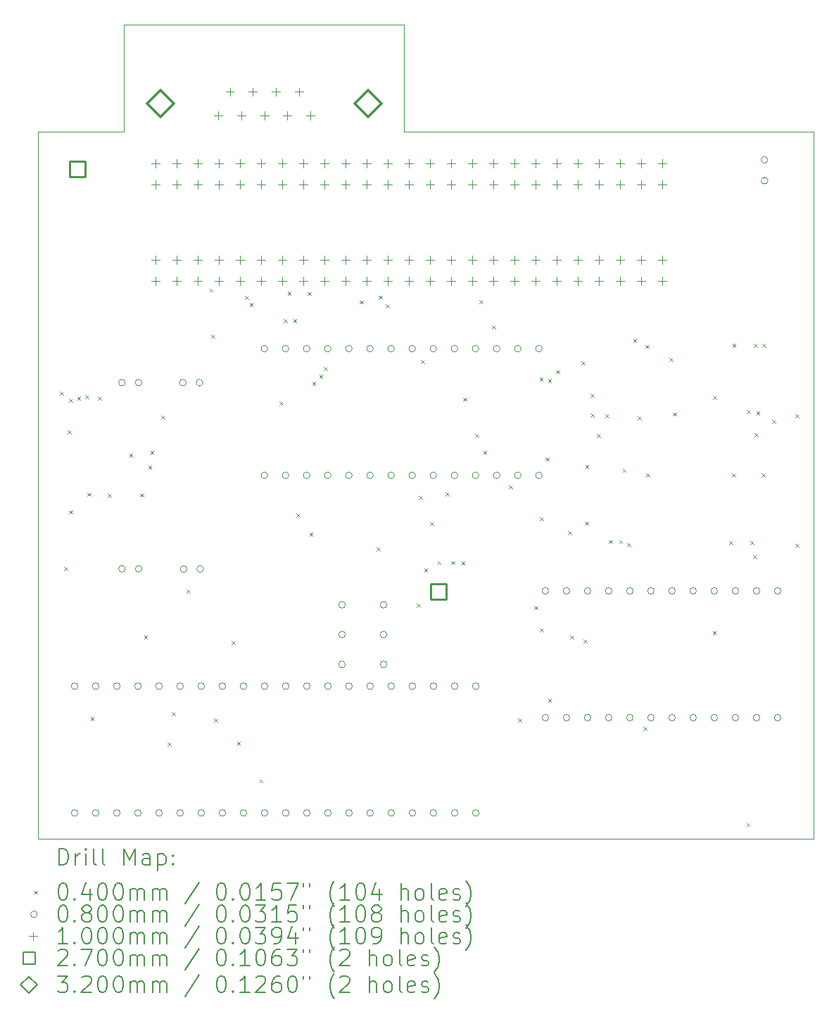
<source format=gbr>
%TF.GenerationSoftware,KiCad,Pcbnew,7.0.7*%
%TF.CreationDate,2023-10-18T23:03:51+01:00*%
%TF.ProjectId,CPC464-2MINIRS232C,43504334-3634-42d3-924d-494e49525332,rev?*%
%TF.SameCoordinates,Original*%
%TF.FileFunction,Drillmap*%
%TF.FilePolarity,Positive*%
%FSLAX45Y45*%
G04 Gerber Fmt 4.5, Leading zero omitted, Abs format (unit mm)*
G04 Created by KiCad (PCBNEW 7.0.7) date 2023-10-18 23:03:51*
%MOMM*%
%LPD*%
G01*
G04 APERTURE LIST*
%ADD10C,0.100000*%
%ADD11C,0.200000*%
%ADD12C,0.040000*%
%ADD13C,0.080000*%
%ADD14C,0.270000*%
%ADD15C,0.320000*%
G04 APERTURE END LIST*
D10*
X7127500Y-3865000D02*
X7130000Y-3867500D01*
X12057500Y-3867500D01*
X12057500Y-12365000D01*
X2720000Y-12365000D01*
X2720000Y-3865000D01*
X3757500Y-3865000D01*
X3757500Y-2580000D01*
X7127500Y-2580000D01*
X7127500Y-3865000D01*
D11*
D12*
X2987950Y-6992500D02*
X3027950Y-7032500D01*
X3027950Y-6992500D02*
X2987950Y-7032500D01*
X3038580Y-9100000D02*
X3078580Y-9140000D01*
X3078580Y-9100000D02*
X3038580Y-9140000D01*
X3077500Y-7457500D02*
X3117500Y-7497500D01*
X3117500Y-7457500D02*
X3077500Y-7497500D01*
X3097500Y-7077500D02*
X3137500Y-7117500D01*
X3137500Y-7077500D02*
X3097500Y-7117500D01*
X3097500Y-8417500D02*
X3137500Y-8457500D01*
X3137500Y-8417500D02*
X3097500Y-8457500D01*
X3193510Y-7049710D02*
X3233510Y-7089710D01*
X3233510Y-7049710D02*
X3193510Y-7089710D01*
X3291910Y-7032160D02*
X3331910Y-7072160D01*
X3331910Y-7032160D02*
X3291910Y-7072160D01*
X3315000Y-8205000D02*
X3355000Y-8245000D01*
X3355000Y-8205000D02*
X3315000Y-8245000D01*
X3354190Y-10901810D02*
X3394190Y-10941810D01*
X3394190Y-10901810D02*
X3354190Y-10941810D01*
X3442500Y-7052500D02*
X3482500Y-7092500D01*
X3482500Y-7052500D02*
X3442500Y-7092500D01*
X3560170Y-8218690D02*
X3600170Y-8258690D01*
X3600170Y-8218690D02*
X3560170Y-8258690D01*
X3821500Y-7735330D02*
X3861500Y-7775330D01*
X3861500Y-7735330D02*
X3821500Y-7775330D01*
X3952500Y-8215000D02*
X3992500Y-8255000D01*
X3992500Y-8215000D02*
X3952500Y-8255000D01*
X3999380Y-9921810D02*
X4039380Y-9961810D01*
X4039380Y-9921810D02*
X3999380Y-9961810D01*
X4049710Y-7879350D02*
X4089710Y-7919350D01*
X4089710Y-7879350D02*
X4049710Y-7919350D01*
X4075500Y-7703360D02*
X4115500Y-7743360D01*
X4115500Y-7703360D02*
X4075500Y-7743360D01*
X4205000Y-7280000D02*
X4245000Y-7320000D01*
X4245000Y-7280000D02*
X4205000Y-7320000D01*
X4280560Y-11207250D02*
X4320560Y-11247250D01*
X4320560Y-11207250D02*
X4280560Y-11247250D01*
X4331200Y-10842820D02*
X4371200Y-10882820D01*
X4371200Y-10842820D02*
X4331200Y-10882820D01*
X4508550Y-9367380D02*
X4548550Y-9407380D01*
X4548550Y-9367380D02*
X4508550Y-9407380D01*
X4784990Y-5749820D02*
X4824990Y-5789820D01*
X4824990Y-5749820D02*
X4784990Y-5789820D01*
X4806250Y-6304100D02*
X4846250Y-6344100D01*
X4846250Y-6304100D02*
X4806250Y-6344100D01*
X4842100Y-10918330D02*
X4882100Y-10958330D01*
X4882100Y-10918330D02*
X4842100Y-10958330D01*
X5054800Y-9989330D02*
X5094800Y-10029330D01*
X5094800Y-9989330D02*
X5054800Y-10029330D01*
X5116250Y-11198790D02*
X5156250Y-11238790D01*
X5156250Y-11198790D02*
X5116250Y-11238790D01*
X5212500Y-5837500D02*
X5252500Y-5877500D01*
X5252500Y-5837500D02*
X5212500Y-5877500D01*
X5269350Y-5923250D02*
X5309350Y-5963250D01*
X5309350Y-5923250D02*
X5269350Y-5963250D01*
X5387300Y-11651460D02*
X5427300Y-11691460D01*
X5427300Y-11651460D02*
X5387300Y-11691460D01*
X5627600Y-7107970D02*
X5667600Y-7147970D01*
X5667600Y-7107970D02*
X5627600Y-7147970D01*
X5680000Y-6120050D02*
X5720000Y-6160050D01*
X5720000Y-6120050D02*
X5680000Y-6160050D01*
X5724980Y-5790020D02*
X5764980Y-5830020D01*
X5764980Y-5790020D02*
X5724980Y-5830020D01*
X5792500Y-6120000D02*
X5832500Y-6160000D01*
X5832500Y-6120000D02*
X5792500Y-6160000D01*
X5830400Y-8454200D02*
X5870400Y-8494200D01*
X5870400Y-8454200D02*
X5830400Y-8494200D01*
X5965000Y-5792500D02*
X6005000Y-5832500D01*
X6005000Y-5792500D02*
X5965000Y-5832500D01*
X5987360Y-8682050D02*
X6027360Y-8722050D01*
X6027360Y-8682050D02*
X5987360Y-8722050D01*
X6021240Y-6874540D02*
X6061240Y-6914540D01*
X6061240Y-6874540D02*
X6021240Y-6914540D01*
X6106680Y-6788760D02*
X6146680Y-6828760D01*
X6146680Y-6788760D02*
X6106680Y-6828760D01*
X6164100Y-6691890D02*
X6204100Y-6731890D01*
X6204100Y-6691890D02*
X6164100Y-6731890D01*
X6591230Y-5893770D02*
X6631230Y-5933770D01*
X6631230Y-5893770D02*
X6591230Y-5933770D01*
X6797500Y-8865000D02*
X6837500Y-8905000D01*
X6837500Y-8865000D02*
X6797500Y-8905000D01*
X6825000Y-5835000D02*
X6865000Y-5875000D01*
X6865000Y-5835000D02*
X6825000Y-5875000D01*
X6905000Y-5940880D02*
X6945000Y-5980880D01*
X6945000Y-5940880D02*
X6905000Y-5980880D01*
X7277620Y-9542410D02*
X7317620Y-9582410D01*
X7317620Y-9542410D02*
X7277620Y-9582410D01*
X7302500Y-8243920D02*
X7342500Y-8283920D01*
X7342500Y-8243920D02*
X7302500Y-8283920D01*
X7332470Y-6609340D02*
X7372470Y-6649340D01*
X7372470Y-6609340D02*
X7332470Y-6649340D01*
X7369150Y-9117230D02*
X7409150Y-9157230D01*
X7409150Y-9117230D02*
X7369150Y-9157230D01*
X7438860Y-8556360D02*
X7478860Y-8596360D01*
X7478860Y-8556360D02*
X7438860Y-8596360D01*
X7528810Y-9027620D02*
X7568810Y-9067620D01*
X7568810Y-9027620D02*
X7528810Y-9067620D01*
X7625630Y-8203490D02*
X7665630Y-8243490D01*
X7665630Y-8203490D02*
X7625630Y-8243490D01*
X7696280Y-9027620D02*
X7736280Y-9067620D01*
X7736280Y-9027620D02*
X7696280Y-9067620D01*
X7816510Y-9029620D02*
X7856510Y-9069620D01*
X7856510Y-9029620D02*
X7816510Y-9069620D01*
X7839000Y-7063130D02*
X7879000Y-7103130D01*
X7879000Y-7063130D02*
X7839000Y-7103130D01*
X7985190Y-7500380D02*
X8025190Y-7540380D01*
X8025190Y-7500380D02*
X7985190Y-7540380D01*
X8030540Y-5892400D02*
X8070540Y-5932400D01*
X8070540Y-5892400D02*
X8030540Y-5932400D01*
X8079200Y-7701660D02*
X8119200Y-7741660D01*
X8119200Y-7701660D02*
X8079200Y-7741660D01*
X8182500Y-6195000D02*
X8222500Y-6235000D01*
X8222500Y-6195000D02*
X8182500Y-6235000D01*
X8386710Y-8117070D02*
X8426710Y-8157070D01*
X8426710Y-8117070D02*
X8386710Y-8157070D01*
X8496150Y-10918330D02*
X8536150Y-10958330D01*
X8536150Y-10918330D02*
X8496150Y-10958330D01*
X8693050Y-9568050D02*
X8733050Y-9608050D01*
X8733050Y-9568050D02*
X8693050Y-9608050D01*
X8756590Y-6823730D02*
X8796590Y-6863730D01*
X8796590Y-6823730D02*
X8756590Y-6863730D01*
X8760000Y-8500000D02*
X8800000Y-8540000D01*
X8800000Y-8500000D02*
X8760000Y-8540000D01*
X8763550Y-9833750D02*
X8803550Y-9873750D01*
X8803550Y-9833750D02*
X8763550Y-9873750D01*
X8831280Y-7781760D02*
X8871280Y-7821760D01*
X8871280Y-7781760D02*
X8831280Y-7821760D01*
X8857590Y-10679800D02*
X8897590Y-10719800D01*
X8897590Y-10679800D02*
X8857590Y-10719800D01*
X8858580Y-6841370D02*
X8898580Y-6881370D01*
X8898580Y-6841370D02*
X8858580Y-6881370D01*
X8956540Y-6732720D02*
X8996540Y-6772720D01*
X8996540Y-6732720D02*
X8956540Y-6772720D01*
X9101040Y-8669620D02*
X9141040Y-8709620D01*
X9141040Y-8669620D02*
X9101040Y-8709620D01*
X9123350Y-9922690D02*
X9163350Y-9962690D01*
X9163350Y-9922690D02*
X9123350Y-9962690D01*
X9259510Y-6628740D02*
X9299510Y-6668740D01*
X9299510Y-6628740D02*
X9259510Y-6668740D01*
X9283540Y-9973400D02*
X9323540Y-10013400D01*
X9323540Y-9973400D02*
X9283540Y-10013400D01*
X9300960Y-8553790D02*
X9340960Y-8593790D01*
X9340960Y-8553790D02*
X9300960Y-8593790D01*
X9306070Y-7872930D02*
X9346070Y-7912930D01*
X9346070Y-7872930D02*
X9306070Y-7912930D01*
X9370890Y-7251340D02*
X9410890Y-7291340D01*
X9410890Y-7251340D02*
X9370890Y-7291340D01*
X9373470Y-7015860D02*
X9413470Y-7055860D01*
X9413470Y-7015860D02*
X9373470Y-7055860D01*
X9445110Y-7500380D02*
X9485110Y-7540380D01*
X9485110Y-7500380D02*
X9445110Y-7540380D01*
X9547170Y-7259060D02*
X9587170Y-7299060D01*
X9587170Y-7259060D02*
X9547170Y-7299060D01*
X9589090Y-8773880D02*
X9629090Y-8813880D01*
X9629090Y-8773880D02*
X9589090Y-8813880D01*
X9712580Y-8774100D02*
X9752580Y-8814100D01*
X9752580Y-8774100D02*
X9712580Y-8814100D01*
X9755450Y-7917250D02*
X9795450Y-7957250D01*
X9795450Y-7917250D02*
X9755450Y-7957250D01*
X9813210Y-8811430D02*
X9853210Y-8851430D01*
X9853210Y-8811430D02*
X9813210Y-8851430D01*
X9884040Y-6357340D02*
X9924040Y-6397340D01*
X9924040Y-6357340D02*
X9884040Y-6397340D01*
X9940620Y-7286710D02*
X9980620Y-7326710D01*
X9980620Y-7286710D02*
X9940620Y-7326710D01*
X10008220Y-11019140D02*
X10048220Y-11059140D01*
X10048220Y-11019140D02*
X10008220Y-11059140D01*
X10032800Y-6428620D02*
X10072800Y-6468620D01*
X10072800Y-6428620D02*
X10032800Y-6468620D01*
X10037550Y-7972240D02*
X10077550Y-8012240D01*
X10077550Y-7972240D02*
X10037550Y-8012240D01*
X10319640Y-6582130D02*
X10359640Y-6622130D01*
X10359640Y-6582130D02*
X10319640Y-6622130D01*
X10360510Y-7239570D02*
X10400510Y-7279570D01*
X10400510Y-7239570D02*
X10360510Y-7279570D01*
X10838500Y-9870270D02*
X10878500Y-9910270D01*
X10878500Y-9870270D02*
X10838500Y-9910270D01*
X10842810Y-7044290D02*
X10882810Y-7084290D01*
X10882810Y-7044290D02*
X10842810Y-7084290D01*
X11036900Y-8782890D02*
X11076900Y-8822890D01*
X11076900Y-8782890D02*
X11036900Y-8822890D01*
X11073740Y-7971490D02*
X11113740Y-8011490D01*
X11113740Y-7971490D02*
X11073740Y-8011490D01*
X11077360Y-6415640D02*
X11117360Y-6455640D01*
X11117360Y-6415640D02*
X11077360Y-6455640D01*
X11245000Y-12177000D02*
X11285000Y-12217000D01*
X11285000Y-12177000D02*
X11245000Y-12217000D01*
X11253290Y-7212700D02*
X11293290Y-7252700D01*
X11293290Y-7212700D02*
X11253290Y-7252700D01*
X11292970Y-8782890D02*
X11332970Y-8822890D01*
X11332970Y-8782890D02*
X11292970Y-8822890D01*
X11329000Y-8952720D02*
X11369000Y-8992720D01*
X11369000Y-8952720D02*
X11329000Y-8992720D01*
X11331990Y-6415260D02*
X11371990Y-6455260D01*
X11371990Y-6415260D02*
X11331990Y-6455260D01*
X11343200Y-7491150D02*
X11383200Y-7531150D01*
X11383200Y-7491150D02*
X11343200Y-7531150D01*
X11364520Y-7226260D02*
X11404520Y-7266260D01*
X11404520Y-7226260D02*
X11364520Y-7266260D01*
X11429790Y-7971490D02*
X11469790Y-8011490D01*
X11469790Y-7971490D02*
X11429790Y-8011490D01*
X11436180Y-6416280D02*
X11476180Y-6456280D01*
X11476180Y-6416280D02*
X11436180Y-6456280D01*
X11556210Y-7331790D02*
X11596210Y-7371790D01*
X11596210Y-7331790D02*
X11556210Y-7371790D01*
X11832500Y-8820000D02*
X11872500Y-8860000D01*
X11872500Y-8820000D02*
X11832500Y-8860000D01*
X11837500Y-7262500D02*
X11877500Y-7302500D01*
X11877500Y-7262500D02*
X11837500Y-7302500D01*
D13*
X3202500Y-10531000D02*
G75*
G03*
X3202500Y-10531000I-40000J0D01*
G01*
X3202500Y-12055000D02*
G75*
G03*
X3202500Y-12055000I-40000J0D01*
G01*
X3456500Y-10531000D02*
G75*
G03*
X3456500Y-10531000I-40000J0D01*
G01*
X3456500Y-12055000D02*
G75*
G03*
X3456500Y-12055000I-40000J0D01*
G01*
X3710500Y-10531000D02*
G75*
G03*
X3710500Y-10531000I-40000J0D01*
G01*
X3710500Y-12055000D02*
G75*
G03*
X3710500Y-12055000I-40000J0D01*
G01*
X3773000Y-6882500D02*
G75*
G03*
X3773000Y-6882500I-40000J0D01*
G01*
X3773000Y-9120000D02*
G75*
G03*
X3773000Y-9120000I-40000J0D01*
G01*
X3964500Y-10531000D02*
G75*
G03*
X3964500Y-10531000I-40000J0D01*
G01*
X3964500Y-12055000D02*
G75*
G03*
X3964500Y-12055000I-40000J0D01*
G01*
X3973000Y-6882500D02*
G75*
G03*
X3973000Y-6882500I-40000J0D01*
G01*
X3973000Y-9120000D02*
G75*
G03*
X3973000Y-9120000I-40000J0D01*
G01*
X4218500Y-10531000D02*
G75*
G03*
X4218500Y-10531000I-40000J0D01*
G01*
X4218500Y-12055000D02*
G75*
G03*
X4218500Y-12055000I-40000J0D01*
G01*
X4472500Y-10531000D02*
G75*
G03*
X4472500Y-10531000I-40000J0D01*
G01*
X4472500Y-12055000D02*
G75*
G03*
X4472500Y-12055000I-40000J0D01*
G01*
X4505510Y-6882500D02*
G75*
G03*
X4505510Y-6882500I-40000J0D01*
G01*
X4514490Y-9122500D02*
G75*
G03*
X4514490Y-9122500I-40000J0D01*
G01*
X4705510Y-6882500D02*
G75*
G03*
X4705510Y-6882500I-40000J0D01*
G01*
X4714490Y-9122500D02*
G75*
G03*
X4714490Y-9122500I-40000J0D01*
G01*
X4726500Y-10531000D02*
G75*
G03*
X4726500Y-10531000I-40000J0D01*
G01*
X4726500Y-12055000D02*
G75*
G03*
X4726500Y-12055000I-40000J0D01*
G01*
X4980500Y-10531000D02*
G75*
G03*
X4980500Y-10531000I-40000J0D01*
G01*
X4980500Y-12055000D02*
G75*
G03*
X4980500Y-12055000I-40000J0D01*
G01*
X5234500Y-10531000D02*
G75*
G03*
X5234500Y-10531000I-40000J0D01*
G01*
X5234500Y-12055000D02*
G75*
G03*
X5234500Y-12055000I-40000J0D01*
G01*
X5486000Y-6473500D02*
G75*
G03*
X5486000Y-6473500I-40000J0D01*
G01*
X5486000Y-7997500D02*
G75*
G03*
X5486000Y-7997500I-40000J0D01*
G01*
X5488500Y-10531000D02*
G75*
G03*
X5488500Y-10531000I-40000J0D01*
G01*
X5488500Y-12055000D02*
G75*
G03*
X5488500Y-12055000I-40000J0D01*
G01*
X5740000Y-6473500D02*
G75*
G03*
X5740000Y-6473500I-40000J0D01*
G01*
X5740000Y-7997500D02*
G75*
G03*
X5740000Y-7997500I-40000J0D01*
G01*
X5742500Y-10531000D02*
G75*
G03*
X5742500Y-10531000I-40000J0D01*
G01*
X5742500Y-12055000D02*
G75*
G03*
X5742500Y-12055000I-40000J0D01*
G01*
X5994000Y-6473500D02*
G75*
G03*
X5994000Y-6473500I-40000J0D01*
G01*
X5994000Y-7997500D02*
G75*
G03*
X5994000Y-7997500I-40000J0D01*
G01*
X5996500Y-10531000D02*
G75*
G03*
X5996500Y-10531000I-40000J0D01*
G01*
X5996500Y-12055000D02*
G75*
G03*
X5996500Y-12055000I-40000J0D01*
G01*
X6248000Y-6473500D02*
G75*
G03*
X6248000Y-6473500I-40000J0D01*
G01*
X6248000Y-7997500D02*
G75*
G03*
X6248000Y-7997500I-40000J0D01*
G01*
X6250500Y-10531000D02*
G75*
G03*
X6250500Y-10531000I-40000J0D01*
G01*
X6250500Y-12055000D02*
G75*
G03*
X6250500Y-12055000I-40000J0D01*
G01*
X6420000Y-9552500D02*
G75*
G03*
X6420000Y-9552500I-40000J0D01*
G01*
X6420000Y-9910000D02*
G75*
G03*
X6420000Y-9910000I-40000J0D01*
G01*
X6420000Y-10270000D02*
G75*
G03*
X6420000Y-10270000I-40000J0D01*
G01*
X6502000Y-6473500D02*
G75*
G03*
X6502000Y-6473500I-40000J0D01*
G01*
X6502000Y-7997500D02*
G75*
G03*
X6502000Y-7997500I-40000J0D01*
G01*
X6504500Y-10531000D02*
G75*
G03*
X6504500Y-10531000I-40000J0D01*
G01*
X6504500Y-12055000D02*
G75*
G03*
X6504500Y-12055000I-40000J0D01*
G01*
X6756000Y-6473500D02*
G75*
G03*
X6756000Y-6473500I-40000J0D01*
G01*
X6756000Y-7997500D02*
G75*
G03*
X6756000Y-7997500I-40000J0D01*
G01*
X6758500Y-10531000D02*
G75*
G03*
X6758500Y-10531000I-40000J0D01*
G01*
X6758500Y-12055000D02*
G75*
G03*
X6758500Y-12055000I-40000J0D01*
G01*
X6920000Y-9552500D02*
G75*
G03*
X6920000Y-9552500I-40000J0D01*
G01*
X6920000Y-9910000D02*
G75*
G03*
X6920000Y-9910000I-40000J0D01*
G01*
X6920000Y-10270000D02*
G75*
G03*
X6920000Y-10270000I-40000J0D01*
G01*
X7010000Y-6473500D02*
G75*
G03*
X7010000Y-6473500I-40000J0D01*
G01*
X7010000Y-7997500D02*
G75*
G03*
X7010000Y-7997500I-40000J0D01*
G01*
X7012500Y-10531000D02*
G75*
G03*
X7012500Y-10531000I-40000J0D01*
G01*
X7012500Y-12055000D02*
G75*
G03*
X7012500Y-12055000I-40000J0D01*
G01*
X7264000Y-6473500D02*
G75*
G03*
X7264000Y-6473500I-40000J0D01*
G01*
X7264000Y-7997500D02*
G75*
G03*
X7264000Y-7997500I-40000J0D01*
G01*
X7266500Y-10531000D02*
G75*
G03*
X7266500Y-10531000I-40000J0D01*
G01*
X7266500Y-12055000D02*
G75*
G03*
X7266500Y-12055000I-40000J0D01*
G01*
X7518000Y-6473500D02*
G75*
G03*
X7518000Y-6473500I-40000J0D01*
G01*
X7518000Y-7997500D02*
G75*
G03*
X7518000Y-7997500I-40000J0D01*
G01*
X7520500Y-10531000D02*
G75*
G03*
X7520500Y-10531000I-40000J0D01*
G01*
X7520500Y-12055000D02*
G75*
G03*
X7520500Y-12055000I-40000J0D01*
G01*
X7772000Y-6473500D02*
G75*
G03*
X7772000Y-6473500I-40000J0D01*
G01*
X7772000Y-7997500D02*
G75*
G03*
X7772000Y-7997500I-40000J0D01*
G01*
X7774500Y-10531000D02*
G75*
G03*
X7774500Y-10531000I-40000J0D01*
G01*
X7774500Y-12055000D02*
G75*
G03*
X7774500Y-12055000I-40000J0D01*
G01*
X8026000Y-6473500D02*
G75*
G03*
X8026000Y-6473500I-40000J0D01*
G01*
X8026000Y-7997500D02*
G75*
G03*
X8026000Y-7997500I-40000J0D01*
G01*
X8028500Y-10531000D02*
G75*
G03*
X8028500Y-10531000I-40000J0D01*
G01*
X8028500Y-12055000D02*
G75*
G03*
X8028500Y-12055000I-40000J0D01*
G01*
X8280000Y-6473500D02*
G75*
G03*
X8280000Y-6473500I-40000J0D01*
G01*
X8280000Y-7997500D02*
G75*
G03*
X8280000Y-7997500I-40000J0D01*
G01*
X8534000Y-6473500D02*
G75*
G03*
X8534000Y-6473500I-40000J0D01*
G01*
X8534000Y-7997500D02*
G75*
G03*
X8534000Y-7997500I-40000J0D01*
G01*
X8788000Y-6473500D02*
G75*
G03*
X8788000Y-6473500I-40000J0D01*
G01*
X8788000Y-7997500D02*
G75*
G03*
X8788000Y-7997500I-40000J0D01*
G01*
X8866500Y-9385000D02*
G75*
G03*
X8866500Y-9385000I-40000J0D01*
G01*
X8866500Y-10909000D02*
G75*
G03*
X8866500Y-10909000I-40000J0D01*
G01*
X9120500Y-9385000D02*
G75*
G03*
X9120500Y-9385000I-40000J0D01*
G01*
X9120500Y-10909000D02*
G75*
G03*
X9120500Y-10909000I-40000J0D01*
G01*
X9374500Y-9385000D02*
G75*
G03*
X9374500Y-9385000I-40000J0D01*
G01*
X9374500Y-10909000D02*
G75*
G03*
X9374500Y-10909000I-40000J0D01*
G01*
X9628500Y-9385000D02*
G75*
G03*
X9628500Y-9385000I-40000J0D01*
G01*
X9628500Y-10909000D02*
G75*
G03*
X9628500Y-10909000I-40000J0D01*
G01*
X9882500Y-9385000D02*
G75*
G03*
X9882500Y-9385000I-40000J0D01*
G01*
X9882500Y-10909000D02*
G75*
G03*
X9882500Y-10909000I-40000J0D01*
G01*
X10136500Y-9385000D02*
G75*
G03*
X10136500Y-9385000I-40000J0D01*
G01*
X10136500Y-10909000D02*
G75*
G03*
X10136500Y-10909000I-40000J0D01*
G01*
X10390500Y-9385000D02*
G75*
G03*
X10390500Y-9385000I-40000J0D01*
G01*
X10390500Y-10909000D02*
G75*
G03*
X10390500Y-10909000I-40000J0D01*
G01*
X10644500Y-9385000D02*
G75*
G03*
X10644500Y-9385000I-40000J0D01*
G01*
X10644500Y-10909000D02*
G75*
G03*
X10644500Y-10909000I-40000J0D01*
G01*
X10898500Y-9385000D02*
G75*
G03*
X10898500Y-9385000I-40000J0D01*
G01*
X10898500Y-10909000D02*
G75*
G03*
X10898500Y-10909000I-40000J0D01*
G01*
X11152500Y-9385000D02*
G75*
G03*
X11152500Y-9385000I-40000J0D01*
G01*
X11152500Y-10909000D02*
G75*
G03*
X11152500Y-10909000I-40000J0D01*
G01*
X11406500Y-9385000D02*
G75*
G03*
X11406500Y-9385000I-40000J0D01*
G01*
X11406500Y-10909000D02*
G75*
G03*
X11406500Y-10909000I-40000J0D01*
G01*
X11503360Y-4204280D02*
G75*
G03*
X11503360Y-4204280I-40000J0D01*
G01*
X11503360Y-4454280D02*
G75*
G03*
X11503360Y-4454280I-40000J0D01*
G01*
X11660500Y-9385000D02*
G75*
G03*
X11660500Y-9385000I-40000J0D01*
G01*
X11660500Y-10909000D02*
G75*
G03*
X11660500Y-10909000I-40000J0D01*
G01*
D10*
X4138000Y-4200000D02*
X4138000Y-4300000D01*
X4088000Y-4250000D02*
X4188000Y-4250000D01*
X4138000Y-4454000D02*
X4138000Y-4554000D01*
X4088000Y-4504000D02*
X4188000Y-4504000D01*
X4138000Y-5354750D02*
X4138000Y-5454750D01*
X4088000Y-5404750D02*
X4188000Y-5404750D01*
X4138000Y-5608750D02*
X4138000Y-5708750D01*
X4088000Y-5658750D02*
X4188000Y-5658750D01*
X4392000Y-4200000D02*
X4392000Y-4300000D01*
X4342000Y-4250000D02*
X4442000Y-4250000D01*
X4392000Y-4454000D02*
X4392000Y-4554000D01*
X4342000Y-4504000D02*
X4442000Y-4504000D01*
X4392000Y-5354750D02*
X4392000Y-5454750D01*
X4342000Y-5404750D02*
X4442000Y-5404750D01*
X4392000Y-5608750D02*
X4392000Y-5708750D01*
X4342000Y-5658750D02*
X4442000Y-5658750D01*
X4646000Y-4200000D02*
X4646000Y-4300000D01*
X4596000Y-4250000D02*
X4696000Y-4250000D01*
X4646000Y-4454000D02*
X4646000Y-4554000D01*
X4596000Y-4504000D02*
X4696000Y-4504000D01*
X4646000Y-5354750D02*
X4646000Y-5454750D01*
X4596000Y-5404750D02*
X4696000Y-5404750D01*
X4646000Y-5608750D02*
X4646000Y-5708750D01*
X4596000Y-5658750D02*
X4696000Y-5658750D01*
X4892420Y-3620610D02*
X4892420Y-3720610D01*
X4842420Y-3670610D02*
X4942420Y-3670610D01*
X4900000Y-4200000D02*
X4900000Y-4300000D01*
X4850000Y-4250000D02*
X4950000Y-4250000D01*
X4900000Y-4454000D02*
X4900000Y-4554000D01*
X4850000Y-4504000D02*
X4950000Y-4504000D01*
X4900000Y-5354750D02*
X4900000Y-5454750D01*
X4850000Y-5404750D02*
X4950000Y-5404750D01*
X4900000Y-5608750D02*
X4900000Y-5708750D01*
X4850000Y-5658750D02*
X4950000Y-5658750D01*
X5030920Y-3336610D02*
X5030920Y-3436610D01*
X4980920Y-3386610D02*
X5080920Y-3386610D01*
X5154000Y-4200000D02*
X5154000Y-4300000D01*
X5104000Y-4250000D02*
X5204000Y-4250000D01*
X5154000Y-4454000D02*
X5154000Y-4554000D01*
X5104000Y-4504000D02*
X5204000Y-4504000D01*
X5154000Y-5354750D02*
X5154000Y-5454750D01*
X5104000Y-5404750D02*
X5204000Y-5404750D01*
X5154000Y-5608750D02*
X5154000Y-5708750D01*
X5104000Y-5658750D02*
X5204000Y-5658750D01*
X5169420Y-3620610D02*
X5169420Y-3720610D01*
X5119420Y-3670610D02*
X5219420Y-3670610D01*
X5307920Y-3336610D02*
X5307920Y-3436610D01*
X5257920Y-3386610D02*
X5357920Y-3386610D01*
X5408000Y-4200000D02*
X5408000Y-4300000D01*
X5358000Y-4250000D02*
X5458000Y-4250000D01*
X5408000Y-4454000D02*
X5408000Y-4554000D01*
X5358000Y-4504000D02*
X5458000Y-4504000D01*
X5408000Y-5354750D02*
X5408000Y-5454750D01*
X5358000Y-5404750D02*
X5458000Y-5404750D01*
X5408000Y-5608750D02*
X5408000Y-5708750D01*
X5358000Y-5658750D02*
X5458000Y-5658750D01*
X5446420Y-3620610D02*
X5446420Y-3720610D01*
X5396420Y-3670610D02*
X5496420Y-3670610D01*
X5584920Y-3336610D02*
X5584920Y-3436610D01*
X5534920Y-3386610D02*
X5634920Y-3386610D01*
X5662000Y-4200000D02*
X5662000Y-4300000D01*
X5612000Y-4250000D02*
X5712000Y-4250000D01*
X5662000Y-4454000D02*
X5662000Y-4554000D01*
X5612000Y-4504000D02*
X5712000Y-4504000D01*
X5662000Y-5354750D02*
X5662000Y-5454750D01*
X5612000Y-5404750D02*
X5712000Y-5404750D01*
X5662000Y-5608750D02*
X5662000Y-5708750D01*
X5612000Y-5658750D02*
X5712000Y-5658750D01*
X5723420Y-3620610D02*
X5723420Y-3720610D01*
X5673420Y-3670610D02*
X5773420Y-3670610D01*
X5861920Y-3336610D02*
X5861920Y-3436610D01*
X5811920Y-3386610D02*
X5911920Y-3386610D01*
X5916000Y-4200000D02*
X5916000Y-4300000D01*
X5866000Y-4250000D02*
X5966000Y-4250000D01*
X5916000Y-4454000D02*
X5916000Y-4554000D01*
X5866000Y-4504000D02*
X5966000Y-4504000D01*
X5916000Y-5354750D02*
X5916000Y-5454750D01*
X5866000Y-5404750D02*
X5966000Y-5404750D01*
X5916000Y-5608750D02*
X5916000Y-5708750D01*
X5866000Y-5658750D02*
X5966000Y-5658750D01*
X6000420Y-3620610D02*
X6000420Y-3720610D01*
X5950420Y-3670610D02*
X6050420Y-3670610D01*
X6170000Y-4200000D02*
X6170000Y-4300000D01*
X6120000Y-4250000D02*
X6220000Y-4250000D01*
X6170000Y-4454000D02*
X6170000Y-4554000D01*
X6120000Y-4504000D02*
X6220000Y-4504000D01*
X6170000Y-5354750D02*
X6170000Y-5454750D01*
X6120000Y-5404750D02*
X6220000Y-5404750D01*
X6170000Y-5608750D02*
X6170000Y-5708750D01*
X6120000Y-5658750D02*
X6220000Y-5658750D01*
X6424000Y-4200000D02*
X6424000Y-4300000D01*
X6374000Y-4250000D02*
X6474000Y-4250000D01*
X6424000Y-4454000D02*
X6424000Y-4554000D01*
X6374000Y-4504000D02*
X6474000Y-4504000D01*
X6424000Y-5354750D02*
X6424000Y-5454750D01*
X6374000Y-5404750D02*
X6474000Y-5404750D01*
X6424000Y-5608750D02*
X6424000Y-5708750D01*
X6374000Y-5658750D02*
X6474000Y-5658750D01*
X6678000Y-4200000D02*
X6678000Y-4300000D01*
X6628000Y-4250000D02*
X6728000Y-4250000D01*
X6678000Y-4454000D02*
X6678000Y-4554000D01*
X6628000Y-4504000D02*
X6728000Y-4504000D01*
X6678000Y-5354750D02*
X6678000Y-5454750D01*
X6628000Y-5404750D02*
X6728000Y-5404750D01*
X6678000Y-5608750D02*
X6678000Y-5708750D01*
X6628000Y-5658750D02*
X6728000Y-5658750D01*
X6932000Y-4200000D02*
X6932000Y-4300000D01*
X6882000Y-4250000D02*
X6982000Y-4250000D01*
X6932000Y-4454000D02*
X6932000Y-4554000D01*
X6882000Y-4504000D02*
X6982000Y-4504000D01*
X6932000Y-5354750D02*
X6932000Y-5454750D01*
X6882000Y-5404750D02*
X6982000Y-5404750D01*
X6932000Y-5608750D02*
X6932000Y-5708750D01*
X6882000Y-5658750D02*
X6982000Y-5658750D01*
X7186000Y-4200000D02*
X7186000Y-4300000D01*
X7136000Y-4250000D02*
X7236000Y-4250000D01*
X7186000Y-4454000D02*
X7186000Y-4554000D01*
X7136000Y-4504000D02*
X7236000Y-4504000D01*
X7186000Y-5354750D02*
X7186000Y-5454750D01*
X7136000Y-5404750D02*
X7236000Y-5404750D01*
X7186000Y-5608750D02*
X7186000Y-5708750D01*
X7136000Y-5658750D02*
X7236000Y-5658750D01*
X7440000Y-4200000D02*
X7440000Y-4300000D01*
X7390000Y-4250000D02*
X7490000Y-4250000D01*
X7440000Y-4454000D02*
X7440000Y-4554000D01*
X7390000Y-4504000D02*
X7490000Y-4504000D01*
X7440000Y-5354750D02*
X7440000Y-5454750D01*
X7390000Y-5404750D02*
X7490000Y-5404750D01*
X7440000Y-5608750D02*
X7440000Y-5708750D01*
X7390000Y-5658750D02*
X7490000Y-5658750D01*
X7694000Y-4200000D02*
X7694000Y-4300000D01*
X7644000Y-4250000D02*
X7744000Y-4250000D01*
X7694000Y-4454000D02*
X7694000Y-4554000D01*
X7644000Y-4504000D02*
X7744000Y-4504000D01*
X7694000Y-5354750D02*
X7694000Y-5454750D01*
X7644000Y-5404750D02*
X7744000Y-5404750D01*
X7694000Y-5608750D02*
X7694000Y-5708750D01*
X7644000Y-5658750D02*
X7744000Y-5658750D01*
X7948000Y-4200000D02*
X7948000Y-4300000D01*
X7898000Y-4250000D02*
X7998000Y-4250000D01*
X7948000Y-4454000D02*
X7948000Y-4554000D01*
X7898000Y-4504000D02*
X7998000Y-4504000D01*
X7948000Y-5354750D02*
X7948000Y-5454750D01*
X7898000Y-5404750D02*
X7998000Y-5404750D01*
X7948000Y-5608750D02*
X7948000Y-5708750D01*
X7898000Y-5658750D02*
X7998000Y-5658750D01*
X8202000Y-4200000D02*
X8202000Y-4300000D01*
X8152000Y-4250000D02*
X8252000Y-4250000D01*
X8202000Y-4454000D02*
X8202000Y-4554000D01*
X8152000Y-4504000D02*
X8252000Y-4504000D01*
X8202000Y-5354750D02*
X8202000Y-5454750D01*
X8152000Y-5404750D02*
X8252000Y-5404750D01*
X8202000Y-5608750D02*
X8202000Y-5708750D01*
X8152000Y-5658750D02*
X8252000Y-5658750D01*
X8456000Y-4200000D02*
X8456000Y-4300000D01*
X8406000Y-4250000D02*
X8506000Y-4250000D01*
X8456000Y-4454000D02*
X8456000Y-4554000D01*
X8406000Y-4504000D02*
X8506000Y-4504000D01*
X8456000Y-5354750D02*
X8456000Y-5454750D01*
X8406000Y-5404750D02*
X8506000Y-5404750D01*
X8456000Y-5608750D02*
X8456000Y-5708750D01*
X8406000Y-5658750D02*
X8506000Y-5658750D01*
X8710000Y-4200000D02*
X8710000Y-4300000D01*
X8660000Y-4250000D02*
X8760000Y-4250000D01*
X8710000Y-4454000D02*
X8710000Y-4554000D01*
X8660000Y-4504000D02*
X8760000Y-4504000D01*
X8710000Y-5354750D02*
X8710000Y-5454750D01*
X8660000Y-5404750D02*
X8760000Y-5404750D01*
X8710000Y-5608750D02*
X8710000Y-5708750D01*
X8660000Y-5658750D02*
X8760000Y-5658750D01*
X8964000Y-4200000D02*
X8964000Y-4300000D01*
X8914000Y-4250000D02*
X9014000Y-4250000D01*
X8964000Y-4454000D02*
X8964000Y-4554000D01*
X8914000Y-4504000D02*
X9014000Y-4504000D01*
X8964000Y-5354750D02*
X8964000Y-5454750D01*
X8914000Y-5404750D02*
X9014000Y-5404750D01*
X8964000Y-5608750D02*
X8964000Y-5708750D01*
X8914000Y-5658750D02*
X9014000Y-5658750D01*
X9218000Y-4200000D02*
X9218000Y-4300000D01*
X9168000Y-4250000D02*
X9268000Y-4250000D01*
X9218000Y-4454000D02*
X9218000Y-4554000D01*
X9168000Y-4504000D02*
X9268000Y-4504000D01*
X9218000Y-5354750D02*
X9218000Y-5454750D01*
X9168000Y-5404750D02*
X9268000Y-5404750D01*
X9218000Y-5608750D02*
X9218000Y-5708750D01*
X9168000Y-5658750D02*
X9268000Y-5658750D01*
X9472000Y-4200000D02*
X9472000Y-4300000D01*
X9422000Y-4250000D02*
X9522000Y-4250000D01*
X9472000Y-4454000D02*
X9472000Y-4554000D01*
X9422000Y-4504000D02*
X9522000Y-4504000D01*
X9472000Y-5354750D02*
X9472000Y-5454750D01*
X9422000Y-5404750D02*
X9522000Y-5404750D01*
X9472000Y-5608750D02*
X9472000Y-5708750D01*
X9422000Y-5658750D02*
X9522000Y-5658750D01*
X9726000Y-4200000D02*
X9726000Y-4300000D01*
X9676000Y-4250000D02*
X9776000Y-4250000D01*
X9726000Y-4454000D02*
X9726000Y-4554000D01*
X9676000Y-4504000D02*
X9776000Y-4504000D01*
X9726000Y-5354750D02*
X9726000Y-5454750D01*
X9676000Y-5404750D02*
X9776000Y-5404750D01*
X9726000Y-5608750D02*
X9726000Y-5708750D01*
X9676000Y-5658750D02*
X9776000Y-5658750D01*
X9980000Y-4200000D02*
X9980000Y-4300000D01*
X9930000Y-4250000D02*
X10030000Y-4250000D01*
X9980000Y-4454000D02*
X9980000Y-4554000D01*
X9930000Y-4504000D02*
X10030000Y-4504000D01*
X9980000Y-5354750D02*
X9980000Y-5454750D01*
X9930000Y-5404750D02*
X10030000Y-5404750D01*
X9980000Y-5608750D02*
X9980000Y-5708750D01*
X9930000Y-5658750D02*
X10030000Y-5658750D01*
X10234000Y-4200000D02*
X10234000Y-4300000D01*
X10184000Y-4250000D02*
X10284000Y-4250000D01*
X10234000Y-4454000D02*
X10234000Y-4554000D01*
X10184000Y-4504000D02*
X10284000Y-4504000D01*
X10234000Y-5354750D02*
X10234000Y-5454750D01*
X10184000Y-5404750D02*
X10284000Y-5404750D01*
X10234000Y-5608750D02*
X10234000Y-5708750D01*
X10184000Y-5658750D02*
X10284000Y-5658750D01*
D14*
X3293160Y-4408460D02*
X3293160Y-4217540D01*
X3102240Y-4217540D01*
X3102240Y-4408460D01*
X3293160Y-4408460D01*
X7636560Y-9488460D02*
X7636560Y-9297540D01*
X7445640Y-9297540D01*
X7445640Y-9488460D01*
X7636560Y-9488460D01*
D15*
X4196420Y-3688610D02*
X4356420Y-3528610D01*
X4196420Y-3368610D01*
X4036420Y-3528610D01*
X4196420Y-3688610D01*
X6696420Y-3688610D02*
X6856420Y-3528610D01*
X6696420Y-3368610D01*
X6536420Y-3528610D01*
X6696420Y-3688610D01*
D11*
X2975777Y-12681484D02*
X2975777Y-12481484D01*
X2975777Y-12481484D02*
X3023396Y-12481484D01*
X3023396Y-12481484D02*
X3051967Y-12491008D01*
X3051967Y-12491008D02*
X3071015Y-12510055D01*
X3071015Y-12510055D02*
X3080539Y-12529103D01*
X3080539Y-12529103D02*
X3090062Y-12567198D01*
X3090062Y-12567198D02*
X3090062Y-12595769D01*
X3090062Y-12595769D02*
X3080539Y-12633865D01*
X3080539Y-12633865D02*
X3071015Y-12652912D01*
X3071015Y-12652912D02*
X3051967Y-12671960D01*
X3051967Y-12671960D02*
X3023396Y-12681484D01*
X3023396Y-12681484D02*
X2975777Y-12681484D01*
X3175777Y-12681484D02*
X3175777Y-12548150D01*
X3175777Y-12586246D02*
X3185301Y-12567198D01*
X3185301Y-12567198D02*
X3194824Y-12557674D01*
X3194824Y-12557674D02*
X3213872Y-12548150D01*
X3213872Y-12548150D02*
X3232920Y-12548150D01*
X3299586Y-12681484D02*
X3299586Y-12548150D01*
X3299586Y-12481484D02*
X3290062Y-12491008D01*
X3290062Y-12491008D02*
X3299586Y-12500531D01*
X3299586Y-12500531D02*
X3309110Y-12491008D01*
X3309110Y-12491008D02*
X3299586Y-12481484D01*
X3299586Y-12481484D02*
X3299586Y-12500531D01*
X3423396Y-12681484D02*
X3404348Y-12671960D01*
X3404348Y-12671960D02*
X3394824Y-12652912D01*
X3394824Y-12652912D02*
X3394824Y-12481484D01*
X3528158Y-12681484D02*
X3509110Y-12671960D01*
X3509110Y-12671960D02*
X3499586Y-12652912D01*
X3499586Y-12652912D02*
X3499586Y-12481484D01*
X3756729Y-12681484D02*
X3756729Y-12481484D01*
X3756729Y-12481484D02*
X3823396Y-12624341D01*
X3823396Y-12624341D02*
X3890062Y-12481484D01*
X3890062Y-12481484D02*
X3890062Y-12681484D01*
X4071015Y-12681484D02*
X4071015Y-12576722D01*
X4071015Y-12576722D02*
X4061491Y-12557674D01*
X4061491Y-12557674D02*
X4042443Y-12548150D01*
X4042443Y-12548150D02*
X4004348Y-12548150D01*
X4004348Y-12548150D02*
X3985301Y-12557674D01*
X4071015Y-12671960D02*
X4051967Y-12681484D01*
X4051967Y-12681484D02*
X4004348Y-12681484D01*
X4004348Y-12681484D02*
X3985301Y-12671960D01*
X3985301Y-12671960D02*
X3975777Y-12652912D01*
X3975777Y-12652912D02*
X3975777Y-12633865D01*
X3975777Y-12633865D02*
X3985301Y-12614817D01*
X3985301Y-12614817D02*
X4004348Y-12605293D01*
X4004348Y-12605293D02*
X4051967Y-12605293D01*
X4051967Y-12605293D02*
X4071015Y-12595769D01*
X4166253Y-12548150D02*
X4166253Y-12748150D01*
X4166253Y-12557674D02*
X4185301Y-12548150D01*
X4185301Y-12548150D02*
X4223396Y-12548150D01*
X4223396Y-12548150D02*
X4242444Y-12557674D01*
X4242444Y-12557674D02*
X4251967Y-12567198D01*
X4251967Y-12567198D02*
X4261491Y-12586246D01*
X4261491Y-12586246D02*
X4261491Y-12643388D01*
X4261491Y-12643388D02*
X4251967Y-12662436D01*
X4251967Y-12662436D02*
X4242444Y-12671960D01*
X4242444Y-12671960D02*
X4223396Y-12681484D01*
X4223396Y-12681484D02*
X4185301Y-12681484D01*
X4185301Y-12681484D02*
X4166253Y-12671960D01*
X4347205Y-12662436D02*
X4356729Y-12671960D01*
X4356729Y-12671960D02*
X4347205Y-12681484D01*
X4347205Y-12681484D02*
X4337682Y-12671960D01*
X4337682Y-12671960D02*
X4347205Y-12662436D01*
X4347205Y-12662436D02*
X4347205Y-12681484D01*
X4347205Y-12557674D02*
X4356729Y-12567198D01*
X4356729Y-12567198D02*
X4347205Y-12576722D01*
X4347205Y-12576722D02*
X4337682Y-12567198D01*
X4337682Y-12567198D02*
X4347205Y-12557674D01*
X4347205Y-12557674D02*
X4347205Y-12576722D01*
D12*
X2675000Y-12990000D02*
X2715000Y-13030000D01*
X2715000Y-12990000D02*
X2675000Y-13030000D01*
D11*
X3013872Y-12901484D02*
X3032920Y-12901484D01*
X3032920Y-12901484D02*
X3051967Y-12911008D01*
X3051967Y-12911008D02*
X3061491Y-12920531D01*
X3061491Y-12920531D02*
X3071015Y-12939579D01*
X3071015Y-12939579D02*
X3080539Y-12977674D01*
X3080539Y-12977674D02*
X3080539Y-13025293D01*
X3080539Y-13025293D02*
X3071015Y-13063388D01*
X3071015Y-13063388D02*
X3061491Y-13082436D01*
X3061491Y-13082436D02*
X3051967Y-13091960D01*
X3051967Y-13091960D02*
X3032920Y-13101484D01*
X3032920Y-13101484D02*
X3013872Y-13101484D01*
X3013872Y-13101484D02*
X2994824Y-13091960D01*
X2994824Y-13091960D02*
X2985301Y-13082436D01*
X2985301Y-13082436D02*
X2975777Y-13063388D01*
X2975777Y-13063388D02*
X2966253Y-13025293D01*
X2966253Y-13025293D02*
X2966253Y-12977674D01*
X2966253Y-12977674D02*
X2975777Y-12939579D01*
X2975777Y-12939579D02*
X2985301Y-12920531D01*
X2985301Y-12920531D02*
X2994824Y-12911008D01*
X2994824Y-12911008D02*
X3013872Y-12901484D01*
X3166253Y-13082436D02*
X3175777Y-13091960D01*
X3175777Y-13091960D02*
X3166253Y-13101484D01*
X3166253Y-13101484D02*
X3156729Y-13091960D01*
X3156729Y-13091960D02*
X3166253Y-13082436D01*
X3166253Y-13082436D02*
X3166253Y-13101484D01*
X3347205Y-12968150D02*
X3347205Y-13101484D01*
X3299586Y-12891960D02*
X3251967Y-13034817D01*
X3251967Y-13034817D02*
X3375777Y-13034817D01*
X3490062Y-12901484D02*
X3509110Y-12901484D01*
X3509110Y-12901484D02*
X3528158Y-12911008D01*
X3528158Y-12911008D02*
X3537682Y-12920531D01*
X3537682Y-12920531D02*
X3547205Y-12939579D01*
X3547205Y-12939579D02*
X3556729Y-12977674D01*
X3556729Y-12977674D02*
X3556729Y-13025293D01*
X3556729Y-13025293D02*
X3547205Y-13063388D01*
X3547205Y-13063388D02*
X3537682Y-13082436D01*
X3537682Y-13082436D02*
X3528158Y-13091960D01*
X3528158Y-13091960D02*
X3509110Y-13101484D01*
X3509110Y-13101484D02*
X3490062Y-13101484D01*
X3490062Y-13101484D02*
X3471015Y-13091960D01*
X3471015Y-13091960D02*
X3461491Y-13082436D01*
X3461491Y-13082436D02*
X3451967Y-13063388D01*
X3451967Y-13063388D02*
X3442443Y-13025293D01*
X3442443Y-13025293D02*
X3442443Y-12977674D01*
X3442443Y-12977674D02*
X3451967Y-12939579D01*
X3451967Y-12939579D02*
X3461491Y-12920531D01*
X3461491Y-12920531D02*
X3471015Y-12911008D01*
X3471015Y-12911008D02*
X3490062Y-12901484D01*
X3680539Y-12901484D02*
X3699586Y-12901484D01*
X3699586Y-12901484D02*
X3718634Y-12911008D01*
X3718634Y-12911008D02*
X3728158Y-12920531D01*
X3728158Y-12920531D02*
X3737682Y-12939579D01*
X3737682Y-12939579D02*
X3747205Y-12977674D01*
X3747205Y-12977674D02*
X3747205Y-13025293D01*
X3747205Y-13025293D02*
X3737682Y-13063388D01*
X3737682Y-13063388D02*
X3728158Y-13082436D01*
X3728158Y-13082436D02*
X3718634Y-13091960D01*
X3718634Y-13091960D02*
X3699586Y-13101484D01*
X3699586Y-13101484D02*
X3680539Y-13101484D01*
X3680539Y-13101484D02*
X3661491Y-13091960D01*
X3661491Y-13091960D02*
X3651967Y-13082436D01*
X3651967Y-13082436D02*
X3642443Y-13063388D01*
X3642443Y-13063388D02*
X3632920Y-13025293D01*
X3632920Y-13025293D02*
X3632920Y-12977674D01*
X3632920Y-12977674D02*
X3642443Y-12939579D01*
X3642443Y-12939579D02*
X3651967Y-12920531D01*
X3651967Y-12920531D02*
X3661491Y-12911008D01*
X3661491Y-12911008D02*
X3680539Y-12901484D01*
X3832920Y-13101484D02*
X3832920Y-12968150D01*
X3832920Y-12987198D02*
X3842443Y-12977674D01*
X3842443Y-12977674D02*
X3861491Y-12968150D01*
X3861491Y-12968150D02*
X3890063Y-12968150D01*
X3890063Y-12968150D02*
X3909110Y-12977674D01*
X3909110Y-12977674D02*
X3918634Y-12996722D01*
X3918634Y-12996722D02*
X3918634Y-13101484D01*
X3918634Y-12996722D02*
X3928158Y-12977674D01*
X3928158Y-12977674D02*
X3947205Y-12968150D01*
X3947205Y-12968150D02*
X3975777Y-12968150D01*
X3975777Y-12968150D02*
X3994824Y-12977674D01*
X3994824Y-12977674D02*
X4004348Y-12996722D01*
X4004348Y-12996722D02*
X4004348Y-13101484D01*
X4099586Y-13101484D02*
X4099586Y-12968150D01*
X4099586Y-12987198D02*
X4109110Y-12977674D01*
X4109110Y-12977674D02*
X4128158Y-12968150D01*
X4128158Y-12968150D02*
X4156729Y-12968150D01*
X4156729Y-12968150D02*
X4175777Y-12977674D01*
X4175777Y-12977674D02*
X4185301Y-12996722D01*
X4185301Y-12996722D02*
X4185301Y-13101484D01*
X4185301Y-12996722D02*
X4194825Y-12977674D01*
X4194825Y-12977674D02*
X4213872Y-12968150D01*
X4213872Y-12968150D02*
X4242444Y-12968150D01*
X4242444Y-12968150D02*
X4261491Y-12977674D01*
X4261491Y-12977674D02*
X4271015Y-12996722D01*
X4271015Y-12996722D02*
X4271015Y-13101484D01*
X4661491Y-12891960D02*
X4490063Y-13149103D01*
X4918634Y-12901484D02*
X4937682Y-12901484D01*
X4937682Y-12901484D02*
X4956729Y-12911008D01*
X4956729Y-12911008D02*
X4966253Y-12920531D01*
X4966253Y-12920531D02*
X4975777Y-12939579D01*
X4975777Y-12939579D02*
X4985301Y-12977674D01*
X4985301Y-12977674D02*
X4985301Y-13025293D01*
X4985301Y-13025293D02*
X4975777Y-13063388D01*
X4975777Y-13063388D02*
X4966253Y-13082436D01*
X4966253Y-13082436D02*
X4956729Y-13091960D01*
X4956729Y-13091960D02*
X4937682Y-13101484D01*
X4937682Y-13101484D02*
X4918634Y-13101484D01*
X4918634Y-13101484D02*
X4899587Y-13091960D01*
X4899587Y-13091960D02*
X4890063Y-13082436D01*
X4890063Y-13082436D02*
X4880539Y-13063388D01*
X4880539Y-13063388D02*
X4871015Y-13025293D01*
X4871015Y-13025293D02*
X4871015Y-12977674D01*
X4871015Y-12977674D02*
X4880539Y-12939579D01*
X4880539Y-12939579D02*
X4890063Y-12920531D01*
X4890063Y-12920531D02*
X4899587Y-12911008D01*
X4899587Y-12911008D02*
X4918634Y-12901484D01*
X5071015Y-13082436D02*
X5080539Y-13091960D01*
X5080539Y-13091960D02*
X5071015Y-13101484D01*
X5071015Y-13101484D02*
X5061491Y-13091960D01*
X5061491Y-13091960D02*
X5071015Y-13082436D01*
X5071015Y-13082436D02*
X5071015Y-13101484D01*
X5204348Y-12901484D02*
X5223396Y-12901484D01*
X5223396Y-12901484D02*
X5242444Y-12911008D01*
X5242444Y-12911008D02*
X5251968Y-12920531D01*
X5251968Y-12920531D02*
X5261491Y-12939579D01*
X5261491Y-12939579D02*
X5271015Y-12977674D01*
X5271015Y-12977674D02*
X5271015Y-13025293D01*
X5271015Y-13025293D02*
X5261491Y-13063388D01*
X5261491Y-13063388D02*
X5251968Y-13082436D01*
X5251968Y-13082436D02*
X5242444Y-13091960D01*
X5242444Y-13091960D02*
X5223396Y-13101484D01*
X5223396Y-13101484D02*
X5204348Y-13101484D01*
X5204348Y-13101484D02*
X5185301Y-13091960D01*
X5185301Y-13091960D02*
X5175777Y-13082436D01*
X5175777Y-13082436D02*
X5166253Y-13063388D01*
X5166253Y-13063388D02*
X5156729Y-13025293D01*
X5156729Y-13025293D02*
X5156729Y-12977674D01*
X5156729Y-12977674D02*
X5166253Y-12939579D01*
X5166253Y-12939579D02*
X5175777Y-12920531D01*
X5175777Y-12920531D02*
X5185301Y-12911008D01*
X5185301Y-12911008D02*
X5204348Y-12901484D01*
X5461491Y-13101484D02*
X5347206Y-13101484D01*
X5404348Y-13101484D02*
X5404348Y-12901484D01*
X5404348Y-12901484D02*
X5385301Y-12930055D01*
X5385301Y-12930055D02*
X5366253Y-12949103D01*
X5366253Y-12949103D02*
X5347206Y-12958627D01*
X5642444Y-12901484D02*
X5547206Y-12901484D01*
X5547206Y-12901484D02*
X5537682Y-12996722D01*
X5537682Y-12996722D02*
X5547206Y-12987198D01*
X5547206Y-12987198D02*
X5566253Y-12977674D01*
X5566253Y-12977674D02*
X5613872Y-12977674D01*
X5613872Y-12977674D02*
X5632920Y-12987198D01*
X5632920Y-12987198D02*
X5642444Y-12996722D01*
X5642444Y-12996722D02*
X5651967Y-13015769D01*
X5651967Y-13015769D02*
X5651967Y-13063388D01*
X5651967Y-13063388D02*
X5642444Y-13082436D01*
X5642444Y-13082436D02*
X5632920Y-13091960D01*
X5632920Y-13091960D02*
X5613872Y-13101484D01*
X5613872Y-13101484D02*
X5566253Y-13101484D01*
X5566253Y-13101484D02*
X5547206Y-13091960D01*
X5547206Y-13091960D02*
X5537682Y-13082436D01*
X5718634Y-12901484D02*
X5851967Y-12901484D01*
X5851967Y-12901484D02*
X5766253Y-13101484D01*
X5918634Y-12901484D02*
X5918634Y-12939579D01*
X5994825Y-12901484D02*
X5994825Y-12939579D01*
X6290063Y-13177674D02*
X6280539Y-13168150D01*
X6280539Y-13168150D02*
X6261491Y-13139579D01*
X6261491Y-13139579D02*
X6251968Y-13120531D01*
X6251968Y-13120531D02*
X6242444Y-13091960D01*
X6242444Y-13091960D02*
X6232920Y-13044341D01*
X6232920Y-13044341D02*
X6232920Y-13006246D01*
X6232920Y-13006246D02*
X6242444Y-12958627D01*
X6242444Y-12958627D02*
X6251968Y-12930055D01*
X6251968Y-12930055D02*
X6261491Y-12911008D01*
X6261491Y-12911008D02*
X6280539Y-12882436D01*
X6280539Y-12882436D02*
X6290063Y-12872912D01*
X6471015Y-13101484D02*
X6356729Y-13101484D01*
X6413872Y-13101484D02*
X6413872Y-12901484D01*
X6413872Y-12901484D02*
X6394825Y-12930055D01*
X6394825Y-12930055D02*
X6375777Y-12949103D01*
X6375777Y-12949103D02*
X6356729Y-12958627D01*
X6594825Y-12901484D02*
X6613872Y-12901484D01*
X6613872Y-12901484D02*
X6632920Y-12911008D01*
X6632920Y-12911008D02*
X6642444Y-12920531D01*
X6642444Y-12920531D02*
X6651968Y-12939579D01*
X6651968Y-12939579D02*
X6661491Y-12977674D01*
X6661491Y-12977674D02*
X6661491Y-13025293D01*
X6661491Y-13025293D02*
X6651968Y-13063388D01*
X6651968Y-13063388D02*
X6642444Y-13082436D01*
X6642444Y-13082436D02*
X6632920Y-13091960D01*
X6632920Y-13091960D02*
X6613872Y-13101484D01*
X6613872Y-13101484D02*
X6594825Y-13101484D01*
X6594825Y-13101484D02*
X6575777Y-13091960D01*
X6575777Y-13091960D02*
X6566253Y-13082436D01*
X6566253Y-13082436D02*
X6556729Y-13063388D01*
X6556729Y-13063388D02*
X6547206Y-13025293D01*
X6547206Y-13025293D02*
X6547206Y-12977674D01*
X6547206Y-12977674D02*
X6556729Y-12939579D01*
X6556729Y-12939579D02*
X6566253Y-12920531D01*
X6566253Y-12920531D02*
X6575777Y-12911008D01*
X6575777Y-12911008D02*
X6594825Y-12901484D01*
X6832920Y-12968150D02*
X6832920Y-13101484D01*
X6785301Y-12891960D02*
X6737682Y-13034817D01*
X6737682Y-13034817D02*
X6861491Y-13034817D01*
X7090063Y-13101484D02*
X7090063Y-12901484D01*
X7175777Y-13101484D02*
X7175777Y-12996722D01*
X7175777Y-12996722D02*
X7166253Y-12977674D01*
X7166253Y-12977674D02*
X7147206Y-12968150D01*
X7147206Y-12968150D02*
X7118634Y-12968150D01*
X7118634Y-12968150D02*
X7099587Y-12977674D01*
X7099587Y-12977674D02*
X7090063Y-12987198D01*
X7299587Y-13101484D02*
X7280539Y-13091960D01*
X7280539Y-13091960D02*
X7271015Y-13082436D01*
X7271015Y-13082436D02*
X7261491Y-13063388D01*
X7261491Y-13063388D02*
X7261491Y-13006246D01*
X7261491Y-13006246D02*
X7271015Y-12987198D01*
X7271015Y-12987198D02*
X7280539Y-12977674D01*
X7280539Y-12977674D02*
X7299587Y-12968150D01*
X7299587Y-12968150D02*
X7328158Y-12968150D01*
X7328158Y-12968150D02*
X7347206Y-12977674D01*
X7347206Y-12977674D02*
X7356730Y-12987198D01*
X7356730Y-12987198D02*
X7366253Y-13006246D01*
X7366253Y-13006246D02*
X7366253Y-13063388D01*
X7366253Y-13063388D02*
X7356730Y-13082436D01*
X7356730Y-13082436D02*
X7347206Y-13091960D01*
X7347206Y-13091960D02*
X7328158Y-13101484D01*
X7328158Y-13101484D02*
X7299587Y-13101484D01*
X7480539Y-13101484D02*
X7461491Y-13091960D01*
X7461491Y-13091960D02*
X7451968Y-13072912D01*
X7451968Y-13072912D02*
X7451968Y-12901484D01*
X7632920Y-13091960D02*
X7613872Y-13101484D01*
X7613872Y-13101484D02*
X7575777Y-13101484D01*
X7575777Y-13101484D02*
X7556730Y-13091960D01*
X7556730Y-13091960D02*
X7547206Y-13072912D01*
X7547206Y-13072912D02*
X7547206Y-12996722D01*
X7547206Y-12996722D02*
X7556730Y-12977674D01*
X7556730Y-12977674D02*
X7575777Y-12968150D01*
X7575777Y-12968150D02*
X7613872Y-12968150D01*
X7613872Y-12968150D02*
X7632920Y-12977674D01*
X7632920Y-12977674D02*
X7642444Y-12996722D01*
X7642444Y-12996722D02*
X7642444Y-13015769D01*
X7642444Y-13015769D02*
X7547206Y-13034817D01*
X7718634Y-13091960D02*
X7737682Y-13101484D01*
X7737682Y-13101484D02*
X7775777Y-13101484D01*
X7775777Y-13101484D02*
X7794825Y-13091960D01*
X7794825Y-13091960D02*
X7804349Y-13072912D01*
X7804349Y-13072912D02*
X7804349Y-13063388D01*
X7804349Y-13063388D02*
X7794825Y-13044341D01*
X7794825Y-13044341D02*
X7775777Y-13034817D01*
X7775777Y-13034817D02*
X7747206Y-13034817D01*
X7747206Y-13034817D02*
X7728158Y-13025293D01*
X7728158Y-13025293D02*
X7718634Y-13006246D01*
X7718634Y-13006246D02*
X7718634Y-12996722D01*
X7718634Y-12996722D02*
X7728158Y-12977674D01*
X7728158Y-12977674D02*
X7747206Y-12968150D01*
X7747206Y-12968150D02*
X7775777Y-12968150D01*
X7775777Y-12968150D02*
X7794825Y-12977674D01*
X7871015Y-13177674D02*
X7880539Y-13168150D01*
X7880539Y-13168150D02*
X7899587Y-13139579D01*
X7899587Y-13139579D02*
X7909111Y-13120531D01*
X7909111Y-13120531D02*
X7918634Y-13091960D01*
X7918634Y-13091960D02*
X7928158Y-13044341D01*
X7928158Y-13044341D02*
X7928158Y-13006246D01*
X7928158Y-13006246D02*
X7918634Y-12958627D01*
X7918634Y-12958627D02*
X7909111Y-12930055D01*
X7909111Y-12930055D02*
X7899587Y-12911008D01*
X7899587Y-12911008D02*
X7880539Y-12882436D01*
X7880539Y-12882436D02*
X7871015Y-12872912D01*
D13*
X2715000Y-13274000D02*
G75*
G03*
X2715000Y-13274000I-40000J0D01*
G01*
D11*
X3013872Y-13165484D02*
X3032920Y-13165484D01*
X3032920Y-13165484D02*
X3051967Y-13175008D01*
X3051967Y-13175008D02*
X3061491Y-13184531D01*
X3061491Y-13184531D02*
X3071015Y-13203579D01*
X3071015Y-13203579D02*
X3080539Y-13241674D01*
X3080539Y-13241674D02*
X3080539Y-13289293D01*
X3080539Y-13289293D02*
X3071015Y-13327388D01*
X3071015Y-13327388D02*
X3061491Y-13346436D01*
X3061491Y-13346436D02*
X3051967Y-13355960D01*
X3051967Y-13355960D02*
X3032920Y-13365484D01*
X3032920Y-13365484D02*
X3013872Y-13365484D01*
X3013872Y-13365484D02*
X2994824Y-13355960D01*
X2994824Y-13355960D02*
X2985301Y-13346436D01*
X2985301Y-13346436D02*
X2975777Y-13327388D01*
X2975777Y-13327388D02*
X2966253Y-13289293D01*
X2966253Y-13289293D02*
X2966253Y-13241674D01*
X2966253Y-13241674D02*
X2975777Y-13203579D01*
X2975777Y-13203579D02*
X2985301Y-13184531D01*
X2985301Y-13184531D02*
X2994824Y-13175008D01*
X2994824Y-13175008D02*
X3013872Y-13165484D01*
X3166253Y-13346436D02*
X3175777Y-13355960D01*
X3175777Y-13355960D02*
X3166253Y-13365484D01*
X3166253Y-13365484D02*
X3156729Y-13355960D01*
X3156729Y-13355960D02*
X3166253Y-13346436D01*
X3166253Y-13346436D02*
X3166253Y-13365484D01*
X3290062Y-13251198D02*
X3271015Y-13241674D01*
X3271015Y-13241674D02*
X3261491Y-13232150D01*
X3261491Y-13232150D02*
X3251967Y-13213103D01*
X3251967Y-13213103D02*
X3251967Y-13203579D01*
X3251967Y-13203579D02*
X3261491Y-13184531D01*
X3261491Y-13184531D02*
X3271015Y-13175008D01*
X3271015Y-13175008D02*
X3290062Y-13165484D01*
X3290062Y-13165484D02*
X3328158Y-13165484D01*
X3328158Y-13165484D02*
X3347205Y-13175008D01*
X3347205Y-13175008D02*
X3356729Y-13184531D01*
X3356729Y-13184531D02*
X3366253Y-13203579D01*
X3366253Y-13203579D02*
X3366253Y-13213103D01*
X3366253Y-13213103D02*
X3356729Y-13232150D01*
X3356729Y-13232150D02*
X3347205Y-13241674D01*
X3347205Y-13241674D02*
X3328158Y-13251198D01*
X3328158Y-13251198D02*
X3290062Y-13251198D01*
X3290062Y-13251198D02*
X3271015Y-13260722D01*
X3271015Y-13260722D02*
X3261491Y-13270246D01*
X3261491Y-13270246D02*
X3251967Y-13289293D01*
X3251967Y-13289293D02*
X3251967Y-13327388D01*
X3251967Y-13327388D02*
X3261491Y-13346436D01*
X3261491Y-13346436D02*
X3271015Y-13355960D01*
X3271015Y-13355960D02*
X3290062Y-13365484D01*
X3290062Y-13365484D02*
X3328158Y-13365484D01*
X3328158Y-13365484D02*
X3347205Y-13355960D01*
X3347205Y-13355960D02*
X3356729Y-13346436D01*
X3356729Y-13346436D02*
X3366253Y-13327388D01*
X3366253Y-13327388D02*
X3366253Y-13289293D01*
X3366253Y-13289293D02*
X3356729Y-13270246D01*
X3356729Y-13270246D02*
X3347205Y-13260722D01*
X3347205Y-13260722D02*
X3328158Y-13251198D01*
X3490062Y-13165484D02*
X3509110Y-13165484D01*
X3509110Y-13165484D02*
X3528158Y-13175008D01*
X3528158Y-13175008D02*
X3537682Y-13184531D01*
X3537682Y-13184531D02*
X3547205Y-13203579D01*
X3547205Y-13203579D02*
X3556729Y-13241674D01*
X3556729Y-13241674D02*
X3556729Y-13289293D01*
X3556729Y-13289293D02*
X3547205Y-13327388D01*
X3547205Y-13327388D02*
X3537682Y-13346436D01*
X3537682Y-13346436D02*
X3528158Y-13355960D01*
X3528158Y-13355960D02*
X3509110Y-13365484D01*
X3509110Y-13365484D02*
X3490062Y-13365484D01*
X3490062Y-13365484D02*
X3471015Y-13355960D01*
X3471015Y-13355960D02*
X3461491Y-13346436D01*
X3461491Y-13346436D02*
X3451967Y-13327388D01*
X3451967Y-13327388D02*
X3442443Y-13289293D01*
X3442443Y-13289293D02*
X3442443Y-13241674D01*
X3442443Y-13241674D02*
X3451967Y-13203579D01*
X3451967Y-13203579D02*
X3461491Y-13184531D01*
X3461491Y-13184531D02*
X3471015Y-13175008D01*
X3471015Y-13175008D02*
X3490062Y-13165484D01*
X3680539Y-13165484D02*
X3699586Y-13165484D01*
X3699586Y-13165484D02*
X3718634Y-13175008D01*
X3718634Y-13175008D02*
X3728158Y-13184531D01*
X3728158Y-13184531D02*
X3737682Y-13203579D01*
X3737682Y-13203579D02*
X3747205Y-13241674D01*
X3747205Y-13241674D02*
X3747205Y-13289293D01*
X3747205Y-13289293D02*
X3737682Y-13327388D01*
X3737682Y-13327388D02*
X3728158Y-13346436D01*
X3728158Y-13346436D02*
X3718634Y-13355960D01*
X3718634Y-13355960D02*
X3699586Y-13365484D01*
X3699586Y-13365484D02*
X3680539Y-13365484D01*
X3680539Y-13365484D02*
X3661491Y-13355960D01*
X3661491Y-13355960D02*
X3651967Y-13346436D01*
X3651967Y-13346436D02*
X3642443Y-13327388D01*
X3642443Y-13327388D02*
X3632920Y-13289293D01*
X3632920Y-13289293D02*
X3632920Y-13241674D01*
X3632920Y-13241674D02*
X3642443Y-13203579D01*
X3642443Y-13203579D02*
X3651967Y-13184531D01*
X3651967Y-13184531D02*
X3661491Y-13175008D01*
X3661491Y-13175008D02*
X3680539Y-13165484D01*
X3832920Y-13365484D02*
X3832920Y-13232150D01*
X3832920Y-13251198D02*
X3842443Y-13241674D01*
X3842443Y-13241674D02*
X3861491Y-13232150D01*
X3861491Y-13232150D02*
X3890063Y-13232150D01*
X3890063Y-13232150D02*
X3909110Y-13241674D01*
X3909110Y-13241674D02*
X3918634Y-13260722D01*
X3918634Y-13260722D02*
X3918634Y-13365484D01*
X3918634Y-13260722D02*
X3928158Y-13241674D01*
X3928158Y-13241674D02*
X3947205Y-13232150D01*
X3947205Y-13232150D02*
X3975777Y-13232150D01*
X3975777Y-13232150D02*
X3994824Y-13241674D01*
X3994824Y-13241674D02*
X4004348Y-13260722D01*
X4004348Y-13260722D02*
X4004348Y-13365484D01*
X4099586Y-13365484D02*
X4099586Y-13232150D01*
X4099586Y-13251198D02*
X4109110Y-13241674D01*
X4109110Y-13241674D02*
X4128158Y-13232150D01*
X4128158Y-13232150D02*
X4156729Y-13232150D01*
X4156729Y-13232150D02*
X4175777Y-13241674D01*
X4175777Y-13241674D02*
X4185301Y-13260722D01*
X4185301Y-13260722D02*
X4185301Y-13365484D01*
X4185301Y-13260722D02*
X4194825Y-13241674D01*
X4194825Y-13241674D02*
X4213872Y-13232150D01*
X4213872Y-13232150D02*
X4242444Y-13232150D01*
X4242444Y-13232150D02*
X4261491Y-13241674D01*
X4261491Y-13241674D02*
X4271015Y-13260722D01*
X4271015Y-13260722D02*
X4271015Y-13365484D01*
X4661491Y-13155960D02*
X4490063Y-13413103D01*
X4918634Y-13165484D02*
X4937682Y-13165484D01*
X4937682Y-13165484D02*
X4956729Y-13175008D01*
X4956729Y-13175008D02*
X4966253Y-13184531D01*
X4966253Y-13184531D02*
X4975777Y-13203579D01*
X4975777Y-13203579D02*
X4985301Y-13241674D01*
X4985301Y-13241674D02*
X4985301Y-13289293D01*
X4985301Y-13289293D02*
X4975777Y-13327388D01*
X4975777Y-13327388D02*
X4966253Y-13346436D01*
X4966253Y-13346436D02*
X4956729Y-13355960D01*
X4956729Y-13355960D02*
X4937682Y-13365484D01*
X4937682Y-13365484D02*
X4918634Y-13365484D01*
X4918634Y-13365484D02*
X4899587Y-13355960D01*
X4899587Y-13355960D02*
X4890063Y-13346436D01*
X4890063Y-13346436D02*
X4880539Y-13327388D01*
X4880539Y-13327388D02*
X4871015Y-13289293D01*
X4871015Y-13289293D02*
X4871015Y-13241674D01*
X4871015Y-13241674D02*
X4880539Y-13203579D01*
X4880539Y-13203579D02*
X4890063Y-13184531D01*
X4890063Y-13184531D02*
X4899587Y-13175008D01*
X4899587Y-13175008D02*
X4918634Y-13165484D01*
X5071015Y-13346436D02*
X5080539Y-13355960D01*
X5080539Y-13355960D02*
X5071015Y-13365484D01*
X5071015Y-13365484D02*
X5061491Y-13355960D01*
X5061491Y-13355960D02*
X5071015Y-13346436D01*
X5071015Y-13346436D02*
X5071015Y-13365484D01*
X5204348Y-13165484D02*
X5223396Y-13165484D01*
X5223396Y-13165484D02*
X5242444Y-13175008D01*
X5242444Y-13175008D02*
X5251968Y-13184531D01*
X5251968Y-13184531D02*
X5261491Y-13203579D01*
X5261491Y-13203579D02*
X5271015Y-13241674D01*
X5271015Y-13241674D02*
X5271015Y-13289293D01*
X5271015Y-13289293D02*
X5261491Y-13327388D01*
X5261491Y-13327388D02*
X5251968Y-13346436D01*
X5251968Y-13346436D02*
X5242444Y-13355960D01*
X5242444Y-13355960D02*
X5223396Y-13365484D01*
X5223396Y-13365484D02*
X5204348Y-13365484D01*
X5204348Y-13365484D02*
X5185301Y-13355960D01*
X5185301Y-13355960D02*
X5175777Y-13346436D01*
X5175777Y-13346436D02*
X5166253Y-13327388D01*
X5166253Y-13327388D02*
X5156729Y-13289293D01*
X5156729Y-13289293D02*
X5156729Y-13241674D01*
X5156729Y-13241674D02*
X5166253Y-13203579D01*
X5166253Y-13203579D02*
X5175777Y-13184531D01*
X5175777Y-13184531D02*
X5185301Y-13175008D01*
X5185301Y-13175008D02*
X5204348Y-13165484D01*
X5337682Y-13165484D02*
X5461491Y-13165484D01*
X5461491Y-13165484D02*
X5394825Y-13241674D01*
X5394825Y-13241674D02*
X5423396Y-13241674D01*
X5423396Y-13241674D02*
X5442444Y-13251198D01*
X5442444Y-13251198D02*
X5451968Y-13260722D01*
X5451968Y-13260722D02*
X5461491Y-13279769D01*
X5461491Y-13279769D02*
X5461491Y-13327388D01*
X5461491Y-13327388D02*
X5451968Y-13346436D01*
X5451968Y-13346436D02*
X5442444Y-13355960D01*
X5442444Y-13355960D02*
X5423396Y-13365484D01*
X5423396Y-13365484D02*
X5366253Y-13365484D01*
X5366253Y-13365484D02*
X5347206Y-13355960D01*
X5347206Y-13355960D02*
X5337682Y-13346436D01*
X5651967Y-13365484D02*
X5537682Y-13365484D01*
X5594825Y-13365484D02*
X5594825Y-13165484D01*
X5594825Y-13165484D02*
X5575777Y-13194055D01*
X5575777Y-13194055D02*
X5556729Y-13213103D01*
X5556729Y-13213103D02*
X5537682Y-13222627D01*
X5832920Y-13165484D02*
X5737682Y-13165484D01*
X5737682Y-13165484D02*
X5728158Y-13260722D01*
X5728158Y-13260722D02*
X5737682Y-13251198D01*
X5737682Y-13251198D02*
X5756729Y-13241674D01*
X5756729Y-13241674D02*
X5804348Y-13241674D01*
X5804348Y-13241674D02*
X5823396Y-13251198D01*
X5823396Y-13251198D02*
X5832920Y-13260722D01*
X5832920Y-13260722D02*
X5842444Y-13279769D01*
X5842444Y-13279769D02*
X5842444Y-13327388D01*
X5842444Y-13327388D02*
X5832920Y-13346436D01*
X5832920Y-13346436D02*
X5823396Y-13355960D01*
X5823396Y-13355960D02*
X5804348Y-13365484D01*
X5804348Y-13365484D02*
X5756729Y-13365484D01*
X5756729Y-13365484D02*
X5737682Y-13355960D01*
X5737682Y-13355960D02*
X5728158Y-13346436D01*
X5918634Y-13165484D02*
X5918634Y-13203579D01*
X5994825Y-13165484D02*
X5994825Y-13203579D01*
X6290063Y-13441674D02*
X6280539Y-13432150D01*
X6280539Y-13432150D02*
X6261491Y-13403579D01*
X6261491Y-13403579D02*
X6251968Y-13384531D01*
X6251968Y-13384531D02*
X6242444Y-13355960D01*
X6242444Y-13355960D02*
X6232920Y-13308341D01*
X6232920Y-13308341D02*
X6232920Y-13270246D01*
X6232920Y-13270246D02*
X6242444Y-13222627D01*
X6242444Y-13222627D02*
X6251968Y-13194055D01*
X6251968Y-13194055D02*
X6261491Y-13175008D01*
X6261491Y-13175008D02*
X6280539Y-13146436D01*
X6280539Y-13146436D02*
X6290063Y-13136912D01*
X6471015Y-13365484D02*
X6356729Y-13365484D01*
X6413872Y-13365484D02*
X6413872Y-13165484D01*
X6413872Y-13165484D02*
X6394825Y-13194055D01*
X6394825Y-13194055D02*
X6375777Y-13213103D01*
X6375777Y-13213103D02*
X6356729Y-13222627D01*
X6594825Y-13165484D02*
X6613872Y-13165484D01*
X6613872Y-13165484D02*
X6632920Y-13175008D01*
X6632920Y-13175008D02*
X6642444Y-13184531D01*
X6642444Y-13184531D02*
X6651968Y-13203579D01*
X6651968Y-13203579D02*
X6661491Y-13241674D01*
X6661491Y-13241674D02*
X6661491Y-13289293D01*
X6661491Y-13289293D02*
X6651968Y-13327388D01*
X6651968Y-13327388D02*
X6642444Y-13346436D01*
X6642444Y-13346436D02*
X6632920Y-13355960D01*
X6632920Y-13355960D02*
X6613872Y-13365484D01*
X6613872Y-13365484D02*
X6594825Y-13365484D01*
X6594825Y-13365484D02*
X6575777Y-13355960D01*
X6575777Y-13355960D02*
X6566253Y-13346436D01*
X6566253Y-13346436D02*
X6556729Y-13327388D01*
X6556729Y-13327388D02*
X6547206Y-13289293D01*
X6547206Y-13289293D02*
X6547206Y-13241674D01*
X6547206Y-13241674D02*
X6556729Y-13203579D01*
X6556729Y-13203579D02*
X6566253Y-13184531D01*
X6566253Y-13184531D02*
X6575777Y-13175008D01*
X6575777Y-13175008D02*
X6594825Y-13165484D01*
X6775777Y-13251198D02*
X6756729Y-13241674D01*
X6756729Y-13241674D02*
X6747206Y-13232150D01*
X6747206Y-13232150D02*
X6737682Y-13213103D01*
X6737682Y-13213103D02*
X6737682Y-13203579D01*
X6737682Y-13203579D02*
X6747206Y-13184531D01*
X6747206Y-13184531D02*
X6756729Y-13175008D01*
X6756729Y-13175008D02*
X6775777Y-13165484D01*
X6775777Y-13165484D02*
X6813872Y-13165484D01*
X6813872Y-13165484D02*
X6832920Y-13175008D01*
X6832920Y-13175008D02*
X6842444Y-13184531D01*
X6842444Y-13184531D02*
X6851968Y-13203579D01*
X6851968Y-13203579D02*
X6851968Y-13213103D01*
X6851968Y-13213103D02*
X6842444Y-13232150D01*
X6842444Y-13232150D02*
X6832920Y-13241674D01*
X6832920Y-13241674D02*
X6813872Y-13251198D01*
X6813872Y-13251198D02*
X6775777Y-13251198D01*
X6775777Y-13251198D02*
X6756729Y-13260722D01*
X6756729Y-13260722D02*
X6747206Y-13270246D01*
X6747206Y-13270246D02*
X6737682Y-13289293D01*
X6737682Y-13289293D02*
X6737682Y-13327388D01*
X6737682Y-13327388D02*
X6747206Y-13346436D01*
X6747206Y-13346436D02*
X6756729Y-13355960D01*
X6756729Y-13355960D02*
X6775777Y-13365484D01*
X6775777Y-13365484D02*
X6813872Y-13365484D01*
X6813872Y-13365484D02*
X6832920Y-13355960D01*
X6832920Y-13355960D02*
X6842444Y-13346436D01*
X6842444Y-13346436D02*
X6851968Y-13327388D01*
X6851968Y-13327388D02*
X6851968Y-13289293D01*
X6851968Y-13289293D02*
X6842444Y-13270246D01*
X6842444Y-13270246D02*
X6832920Y-13260722D01*
X6832920Y-13260722D02*
X6813872Y-13251198D01*
X7090063Y-13365484D02*
X7090063Y-13165484D01*
X7175777Y-13365484D02*
X7175777Y-13260722D01*
X7175777Y-13260722D02*
X7166253Y-13241674D01*
X7166253Y-13241674D02*
X7147206Y-13232150D01*
X7147206Y-13232150D02*
X7118634Y-13232150D01*
X7118634Y-13232150D02*
X7099587Y-13241674D01*
X7099587Y-13241674D02*
X7090063Y-13251198D01*
X7299587Y-13365484D02*
X7280539Y-13355960D01*
X7280539Y-13355960D02*
X7271015Y-13346436D01*
X7271015Y-13346436D02*
X7261491Y-13327388D01*
X7261491Y-13327388D02*
X7261491Y-13270246D01*
X7261491Y-13270246D02*
X7271015Y-13251198D01*
X7271015Y-13251198D02*
X7280539Y-13241674D01*
X7280539Y-13241674D02*
X7299587Y-13232150D01*
X7299587Y-13232150D02*
X7328158Y-13232150D01*
X7328158Y-13232150D02*
X7347206Y-13241674D01*
X7347206Y-13241674D02*
X7356730Y-13251198D01*
X7356730Y-13251198D02*
X7366253Y-13270246D01*
X7366253Y-13270246D02*
X7366253Y-13327388D01*
X7366253Y-13327388D02*
X7356730Y-13346436D01*
X7356730Y-13346436D02*
X7347206Y-13355960D01*
X7347206Y-13355960D02*
X7328158Y-13365484D01*
X7328158Y-13365484D02*
X7299587Y-13365484D01*
X7480539Y-13365484D02*
X7461491Y-13355960D01*
X7461491Y-13355960D02*
X7451968Y-13336912D01*
X7451968Y-13336912D02*
X7451968Y-13165484D01*
X7632920Y-13355960D02*
X7613872Y-13365484D01*
X7613872Y-13365484D02*
X7575777Y-13365484D01*
X7575777Y-13365484D02*
X7556730Y-13355960D01*
X7556730Y-13355960D02*
X7547206Y-13336912D01*
X7547206Y-13336912D02*
X7547206Y-13260722D01*
X7547206Y-13260722D02*
X7556730Y-13241674D01*
X7556730Y-13241674D02*
X7575777Y-13232150D01*
X7575777Y-13232150D02*
X7613872Y-13232150D01*
X7613872Y-13232150D02*
X7632920Y-13241674D01*
X7632920Y-13241674D02*
X7642444Y-13260722D01*
X7642444Y-13260722D02*
X7642444Y-13279769D01*
X7642444Y-13279769D02*
X7547206Y-13298817D01*
X7718634Y-13355960D02*
X7737682Y-13365484D01*
X7737682Y-13365484D02*
X7775777Y-13365484D01*
X7775777Y-13365484D02*
X7794825Y-13355960D01*
X7794825Y-13355960D02*
X7804349Y-13336912D01*
X7804349Y-13336912D02*
X7804349Y-13327388D01*
X7804349Y-13327388D02*
X7794825Y-13308341D01*
X7794825Y-13308341D02*
X7775777Y-13298817D01*
X7775777Y-13298817D02*
X7747206Y-13298817D01*
X7747206Y-13298817D02*
X7728158Y-13289293D01*
X7728158Y-13289293D02*
X7718634Y-13270246D01*
X7718634Y-13270246D02*
X7718634Y-13260722D01*
X7718634Y-13260722D02*
X7728158Y-13241674D01*
X7728158Y-13241674D02*
X7747206Y-13232150D01*
X7747206Y-13232150D02*
X7775777Y-13232150D01*
X7775777Y-13232150D02*
X7794825Y-13241674D01*
X7871015Y-13441674D02*
X7880539Y-13432150D01*
X7880539Y-13432150D02*
X7899587Y-13403579D01*
X7899587Y-13403579D02*
X7909111Y-13384531D01*
X7909111Y-13384531D02*
X7918634Y-13355960D01*
X7918634Y-13355960D02*
X7928158Y-13308341D01*
X7928158Y-13308341D02*
X7928158Y-13270246D01*
X7928158Y-13270246D02*
X7918634Y-13222627D01*
X7918634Y-13222627D02*
X7909111Y-13194055D01*
X7909111Y-13194055D02*
X7899587Y-13175008D01*
X7899587Y-13175008D02*
X7880539Y-13146436D01*
X7880539Y-13146436D02*
X7871015Y-13136912D01*
D10*
X2665000Y-13488000D02*
X2665000Y-13588000D01*
X2615000Y-13538000D02*
X2715000Y-13538000D01*
D11*
X3080539Y-13629484D02*
X2966253Y-13629484D01*
X3023396Y-13629484D02*
X3023396Y-13429484D01*
X3023396Y-13429484D02*
X3004348Y-13458055D01*
X3004348Y-13458055D02*
X2985301Y-13477103D01*
X2985301Y-13477103D02*
X2966253Y-13486627D01*
X3166253Y-13610436D02*
X3175777Y-13619960D01*
X3175777Y-13619960D02*
X3166253Y-13629484D01*
X3166253Y-13629484D02*
X3156729Y-13619960D01*
X3156729Y-13619960D02*
X3166253Y-13610436D01*
X3166253Y-13610436D02*
X3166253Y-13629484D01*
X3299586Y-13429484D02*
X3318634Y-13429484D01*
X3318634Y-13429484D02*
X3337682Y-13439008D01*
X3337682Y-13439008D02*
X3347205Y-13448531D01*
X3347205Y-13448531D02*
X3356729Y-13467579D01*
X3356729Y-13467579D02*
X3366253Y-13505674D01*
X3366253Y-13505674D02*
X3366253Y-13553293D01*
X3366253Y-13553293D02*
X3356729Y-13591388D01*
X3356729Y-13591388D02*
X3347205Y-13610436D01*
X3347205Y-13610436D02*
X3337682Y-13619960D01*
X3337682Y-13619960D02*
X3318634Y-13629484D01*
X3318634Y-13629484D02*
X3299586Y-13629484D01*
X3299586Y-13629484D02*
X3280539Y-13619960D01*
X3280539Y-13619960D02*
X3271015Y-13610436D01*
X3271015Y-13610436D02*
X3261491Y-13591388D01*
X3261491Y-13591388D02*
X3251967Y-13553293D01*
X3251967Y-13553293D02*
X3251967Y-13505674D01*
X3251967Y-13505674D02*
X3261491Y-13467579D01*
X3261491Y-13467579D02*
X3271015Y-13448531D01*
X3271015Y-13448531D02*
X3280539Y-13439008D01*
X3280539Y-13439008D02*
X3299586Y-13429484D01*
X3490062Y-13429484D02*
X3509110Y-13429484D01*
X3509110Y-13429484D02*
X3528158Y-13439008D01*
X3528158Y-13439008D02*
X3537682Y-13448531D01*
X3537682Y-13448531D02*
X3547205Y-13467579D01*
X3547205Y-13467579D02*
X3556729Y-13505674D01*
X3556729Y-13505674D02*
X3556729Y-13553293D01*
X3556729Y-13553293D02*
X3547205Y-13591388D01*
X3547205Y-13591388D02*
X3537682Y-13610436D01*
X3537682Y-13610436D02*
X3528158Y-13619960D01*
X3528158Y-13619960D02*
X3509110Y-13629484D01*
X3509110Y-13629484D02*
X3490062Y-13629484D01*
X3490062Y-13629484D02*
X3471015Y-13619960D01*
X3471015Y-13619960D02*
X3461491Y-13610436D01*
X3461491Y-13610436D02*
X3451967Y-13591388D01*
X3451967Y-13591388D02*
X3442443Y-13553293D01*
X3442443Y-13553293D02*
X3442443Y-13505674D01*
X3442443Y-13505674D02*
X3451967Y-13467579D01*
X3451967Y-13467579D02*
X3461491Y-13448531D01*
X3461491Y-13448531D02*
X3471015Y-13439008D01*
X3471015Y-13439008D02*
X3490062Y-13429484D01*
X3680539Y-13429484D02*
X3699586Y-13429484D01*
X3699586Y-13429484D02*
X3718634Y-13439008D01*
X3718634Y-13439008D02*
X3728158Y-13448531D01*
X3728158Y-13448531D02*
X3737682Y-13467579D01*
X3737682Y-13467579D02*
X3747205Y-13505674D01*
X3747205Y-13505674D02*
X3747205Y-13553293D01*
X3747205Y-13553293D02*
X3737682Y-13591388D01*
X3737682Y-13591388D02*
X3728158Y-13610436D01*
X3728158Y-13610436D02*
X3718634Y-13619960D01*
X3718634Y-13619960D02*
X3699586Y-13629484D01*
X3699586Y-13629484D02*
X3680539Y-13629484D01*
X3680539Y-13629484D02*
X3661491Y-13619960D01*
X3661491Y-13619960D02*
X3651967Y-13610436D01*
X3651967Y-13610436D02*
X3642443Y-13591388D01*
X3642443Y-13591388D02*
X3632920Y-13553293D01*
X3632920Y-13553293D02*
X3632920Y-13505674D01*
X3632920Y-13505674D02*
X3642443Y-13467579D01*
X3642443Y-13467579D02*
X3651967Y-13448531D01*
X3651967Y-13448531D02*
X3661491Y-13439008D01*
X3661491Y-13439008D02*
X3680539Y-13429484D01*
X3832920Y-13629484D02*
X3832920Y-13496150D01*
X3832920Y-13515198D02*
X3842443Y-13505674D01*
X3842443Y-13505674D02*
X3861491Y-13496150D01*
X3861491Y-13496150D02*
X3890063Y-13496150D01*
X3890063Y-13496150D02*
X3909110Y-13505674D01*
X3909110Y-13505674D02*
X3918634Y-13524722D01*
X3918634Y-13524722D02*
X3918634Y-13629484D01*
X3918634Y-13524722D02*
X3928158Y-13505674D01*
X3928158Y-13505674D02*
X3947205Y-13496150D01*
X3947205Y-13496150D02*
X3975777Y-13496150D01*
X3975777Y-13496150D02*
X3994824Y-13505674D01*
X3994824Y-13505674D02*
X4004348Y-13524722D01*
X4004348Y-13524722D02*
X4004348Y-13629484D01*
X4099586Y-13629484D02*
X4099586Y-13496150D01*
X4099586Y-13515198D02*
X4109110Y-13505674D01*
X4109110Y-13505674D02*
X4128158Y-13496150D01*
X4128158Y-13496150D02*
X4156729Y-13496150D01*
X4156729Y-13496150D02*
X4175777Y-13505674D01*
X4175777Y-13505674D02*
X4185301Y-13524722D01*
X4185301Y-13524722D02*
X4185301Y-13629484D01*
X4185301Y-13524722D02*
X4194825Y-13505674D01*
X4194825Y-13505674D02*
X4213872Y-13496150D01*
X4213872Y-13496150D02*
X4242444Y-13496150D01*
X4242444Y-13496150D02*
X4261491Y-13505674D01*
X4261491Y-13505674D02*
X4271015Y-13524722D01*
X4271015Y-13524722D02*
X4271015Y-13629484D01*
X4661491Y-13419960D02*
X4490063Y-13677103D01*
X4918634Y-13429484D02*
X4937682Y-13429484D01*
X4937682Y-13429484D02*
X4956729Y-13439008D01*
X4956729Y-13439008D02*
X4966253Y-13448531D01*
X4966253Y-13448531D02*
X4975777Y-13467579D01*
X4975777Y-13467579D02*
X4985301Y-13505674D01*
X4985301Y-13505674D02*
X4985301Y-13553293D01*
X4985301Y-13553293D02*
X4975777Y-13591388D01*
X4975777Y-13591388D02*
X4966253Y-13610436D01*
X4966253Y-13610436D02*
X4956729Y-13619960D01*
X4956729Y-13619960D02*
X4937682Y-13629484D01*
X4937682Y-13629484D02*
X4918634Y-13629484D01*
X4918634Y-13629484D02*
X4899587Y-13619960D01*
X4899587Y-13619960D02*
X4890063Y-13610436D01*
X4890063Y-13610436D02*
X4880539Y-13591388D01*
X4880539Y-13591388D02*
X4871015Y-13553293D01*
X4871015Y-13553293D02*
X4871015Y-13505674D01*
X4871015Y-13505674D02*
X4880539Y-13467579D01*
X4880539Y-13467579D02*
X4890063Y-13448531D01*
X4890063Y-13448531D02*
X4899587Y-13439008D01*
X4899587Y-13439008D02*
X4918634Y-13429484D01*
X5071015Y-13610436D02*
X5080539Y-13619960D01*
X5080539Y-13619960D02*
X5071015Y-13629484D01*
X5071015Y-13629484D02*
X5061491Y-13619960D01*
X5061491Y-13619960D02*
X5071015Y-13610436D01*
X5071015Y-13610436D02*
X5071015Y-13629484D01*
X5204348Y-13429484D02*
X5223396Y-13429484D01*
X5223396Y-13429484D02*
X5242444Y-13439008D01*
X5242444Y-13439008D02*
X5251968Y-13448531D01*
X5251968Y-13448531D02*
X5261491Y-13467579D01*
X5261491Y-13467579D02*
X5271015Y-13505674D01*
X5271015Y-13505674D02*
X5271015Y-13553293D01*
X5271015Y-13553293D02*
X5261491Y-13591388D01*
X5261491Y-13591388D02*
X5251968Y-13610436D01*
X5251968Y-13610436D02*
X5242444Y-13619960D01*
X5242444Y-13619960D02*
X5223396Y-13629484D01*
X5223396Y-13629484D02*
X5204348Y-13629484D01*
X5204348Y-13629484D02*
X5185301Y-13619960D01*
X5185301Y-13619960D02*
X5175777Y-13610436D01*
X5175777Y-13610436D02*
X5166253Y-13591388D01*
X5166253Y-13591388D02*
X5156729Y-13553293D01*
X5156729Y-13553293D02*
X5156729Y-13505674D01*
X5156729Y-13505674D02*
X5166253Y-13467579D01*
X5166253Y-13467579D02*
X5175777Y-13448531D01*
X5175777Y-13448531D02*
X5185301Y-13439008D01*
X5185301Y-13439008D02*
X5204348Y-13429484D01*
X5337682Y-13429484D02*
X5461491Y-13429484D01*
X5461491Y-13429484D02*
X5394825Y-13505674D01*
X5394825Y-13505674D02*
X5423396Y-13505674D01*
X5423396Y-13505674D02*
X5442444Y-13515198D01*
X5442444Y-13515198D02*
X5451968Y-13524722D01*
X5451968Y-13524722D02*
X5461491Y-13543769D01*
X5461491Y-13543769D02*
X5461491Y-13591388D01*
X5461491Y-13591388D02*
X5451968Y-13610436D01*
X5451968Y-13610436D02*
X5442444Y-13619960D01*
X5442444Y-13619960D02*
X5423396Y-13629484D01*
X5423396Y-13629484D02*
X5366253Y-13629484D01*
X5366253Y-13629484D02*
X5347206Y-13619960D01*
X5347206Y-13619960D02*
X5337682Y-13610436D01*
X5556729Y-13629484D02*
X5594825Y-13629484D01*
X5594825Y-13629484D02*
X5613872Y-13619960D01*
X5613872Y-13619960D02*
X5623396Y-13610436D01*
X5623396Y-13610436D02*
X5642444Y-13581865D01*
X5642444Y-13581865D02*
X5651967Y-13543769D01*
X5651967Y-13543769D02*
X5651967Y-13467579D01*
X5651967Y-13467579D02*
X5642444Y-13448531D01*
X5642444Y-13448531D02*
X5632920Y-13439008D01*
X5632920Y-13439008D02*
X5613872Y-13429484D01*
X5613872Y-13429484D02*
X5575777Y-13429484D01*
X5575777Y-13429484D02*
X5556729Y-13439008D01*
X5556729Y-13439008D02*
X5547206Y-13448531D01*
X5547206Y-13448531D02*
X5537682Y-13467579D01*
X5537682Y-13467579D02*
X5537682Y-13515198D01*
X5537682Y-13515198D02*
X5547206Y-13534246D01*
X5547206Y-13534246D02*
X5556729Y-13543769D01*
X5556729Y-13543769D02*
X5575777Y-13553293D01*
X5575777Y-13553293D02*
X5613872Y-13553293D01*
X5613872Y-13553293D02*
X5632920Y-13543769D01*
X5632920Y-13543769D02*
X5642444Y-13534246D01*
X5642444Y-13534246D02*
X5651967Y-13515198D01*
X5823396Y-13496150D02*
X5823396Y-13629484D01*
X5775777Y-13419960D02*
X5728158Y-13562817D01*
X5728158Y-13562817D02*
X5851967Y-13562817D01*
X5918634Y-13429484D02*
X5918634Y-13467579D01*
X5994825Y-13429484D02*
X5994825Y-13467579D01*
X6290063Y-13705674D02*
X6280539Y-13696150D01*
X6280539Y-13696150D02*
X6261491Y-13667579D01*
X6261491Y-13667579D02*
X6251968Y-13648531D01*
X6251968Y-13648531D02*
X6242444Y-13619960D01*
X6242444Y-13619960D02*
X6232920Y-13572341D01*
X6232920Y-13572341D02*
X6232920Y-13534246D01*
X6232920Y-13534246D02*
X6242444Y-13486627D01*
X6242444Y-13486627D02*
X6251968Y-13458055D01*
X6251968Y-13458055D02*
X6261491Y-13439008D01*
X6261491Y-13439008D02*
X6280539Y-13410436D01*
X6280539Y-13410436D02*
X6290063Y-13400912D01*
X6471015Y-13629484D02*
X6356729Y-13629484D01*
X6413872Y-13629484D02*
X6413872Y-13429484D01*
X6413872Y-13429484D02*
X6394825Y-13458055D01*
X6394825Y-13458055D02*
X6375777Y-13477103D01*
X6375777Y-13477103D02*
X6356729Y-13486627D01*
X6594825Y-13429484D02*
X6613872Y-13429484D01*
X6613872Y-13429484D02*
X6632920Y-13439008D01*
X6632920Y-13439008D02*
X6642444Y-13448531D01*
X6642444Y-13448531D02*
X6651968Y-13467579D01*
X6651968Y-13467579D02*
X6661491Y-13505674D01*
X6661491Y-13505674D02*
X6661491Y-13553293D01*
X6661491Y-13553293D02*
X6651968Y-13591388D01*
X6651968Y-13591388D02*
X6642444Y-13610436D01*
X6642444Y-13610436D02*
X6632920Y-13619960D01*
X6632920Y-13619960D02*
X6613872Y-13629484D01*
X6613872Y-13629484D02*
X6594825Y-13629484D01*
X6594825Y-13629484D02*
X6575777Y-13619960D01*
X6575777Y-13619960D02*
X6566253Y-13610436D01*
X6566253Y-13610436D02*
X6556729Y-13591388D01*
X6556729Y-13591388D02*
X6547206Y-13553293D01*
X6547206Y-13553293D02*
X6547206Y-13505674D01*
X6547206Y-13505674D02*
X6556729Y-13467579D01*
X6556729Y-13467579D02*
X6566253Y-13448531D01*
X6566253Y-13448531D02*
X6575777Y-13439008D01*
X6575777Y-13439008D02*
X6594825Y-13429484D01*
X6756729Y-13629484D02*
X6794825Y-13629484D01*
X6794825Y-13629484D02*
X6813872Y-13619960D01*
X6813872Y-13619960D02*
X6823396Y-13610436D01*
X6823396Y-13610436D02*
X6842444Y-13581865D01*
X6842444Y-13581865D02*
X6851968Y-13543769D01*
X6851968Y-13543769D02*
X6851968Y-13467579D01*
X6851968Y-13467579D02*
X6842444Y-13448531D01*
X6842444Y-13448531D02*
X6832920Y-13439008D01*
X6832920Y-13439008D02*
X6813872Y-13429484D01*
X6813872Y-13429484D02*
X6775777Y-13429484D01*
X6775777Y-13429484D02*
X6756729Y-13439008D01*
X6756729Y-13439008D02*
X6747206Y-13448531D01*
X6747206Y-13448531D02*
X6737682Y-13467579D01*
X6737682Y-13467579D02*
X6737682Y-13515198D01*
X6737682Y-13515198D02*
X6747206Y-13534246D01*
X6747206Y-13534246D02*
X6756729Y-13543769D01*
X6756729Y-13543769D02*
X6775777Y-13553293D01*
X6775777Y-13553293D02*
X6813872Y-13553293D01*
X6813872Y-13553293D02*
X6832920Y-13543769D01*
X6832920Y-13543769D02*
X6842444Y-13534246D01*
X6842444Y-13534246D02*
X6851968Y-13515198D01*
X7090063Y-13629484D02*
X7090063Y-13429484D01*
X7175777Y-13629484D02*
X7175777Y-13524722D01*
X7175777Y-13524722D02*
X7166253Y-13505674D01*
X7166253Y-13505674D02*
X7147206Y-13496150D01*
X7147206Y-13496150D02*
X7118634Y-13496150D01*
X7118634Y-13496150D02*
X7099587Y-13505674D01*
X7099587Y-13505674D02*
X7090063Y-13515198D01*
X7299587Y-13629484D02*
X7280539Y-13619960D01*
X7280539Y-13619960D02*
X7271015Y-13610436D01*
X7271015Y-13610436D02*
X7261491Y-13591388D01*
X7261491Y-13591388D02*
X7261491Y-13534246D01*
X7261491Y-13534246D02*
X7271015Y-13515198D01*
X7271015Y-13515198D02*
X7280539Y-13505674D01*
X7280539Y-13505674D02*
X7299587Y-13496150D01*
X7299587Y-13496150D02*
X7328158Y-13496150D01*
X7328158Y-13496150D02*
X7347206Y-13505674D01*
X7347206Y-13505674D02*
X7356730Y-13515198D01*
X7356730Y-13515198D02*
X7366253Y-13534246D01*
X7366253Y-13534246D02*
X7366253Y-13591388D01*
X7366253Y-13591388D02*
X7356730Y-13610436D01*
X7356730Y-13610436D02*
X7347206Y-13619960D01*
X7347206Y-13619960D02*
X7328158Y-13629484D01*
X7328158Y-13629484D02*
X7299587Y-13629484D01*
X7480539Y-13629484D02*
X7461491Y-13619960D01*
X7461491Y-13619960D02*
X7451968Y-13600912D01*
X7451968Y-13600912D02*
X7451968Y-13429484D01*
X7632920Y-13619960D02*
X7613872Y-13629484D01*
X7613872Y-13629484D02*
X7575777Y-13629484D01*
X7575777Y-13629484D02*
X7556730Y-13619960D01*
X7556730Y-13619960D02*
X7547206Y-13600912D01*
X7547206Y-13600912D02*
X7547206Y-13524722D01*
X7547206Y-13524722D02*
X7556730Y-13505674D01*
X7556730Y-13505674D02*
X7575777Y-13496150D01*
X7575777Y-13496150D02*
X7613872Y-13496150D01*
X7613872Y-13496150D02*
X7632920Y-13505674D01*
X7632920Y-13505674D02*
X7642444Y-13524722D01*
X7642444Y-13524722D02*
X7642444Y-13543769D01*
X7642444Y-13543769D02*
X7547206Y-13562817D01*
X7718634Y-13619960D02*
X7737682Y-13629484D01*
X7737682Y-13629484D02*
X7775777Y-13629484D01*
X7775777Y-13629484D02*
X7794825Y-13619960D01*
X7794825Y-13619960D02*
X7804349Y-13600912D01*
X7804349Y-13600912D02*
X7804349Y-13591388D01*
X7804349Y-13591388D02*
X7794825Y-13572341D01*
X7794825Y-13572341D02*
X7775777Y-13562817D01*
X7775777Y-13562817D02*
X7747206Y-13562817D01*
X7747206Y-13562817D02*
X7728158Y-13553293D01*
X7728158Y-13553293D02*
X7718634Y-13534246D01*
X7718634Y-13534246D02*
X7718634Y-13524722D01*
X7718634Y-13524722D02*
X7728158Y-13505674D01*
X7728158Y-13505674D02*
X7747206Y-13496150D01*
X7747206Y-13496150D02*
X7775777Y-13496150D01*
X7775777Y-13496150D02*
X7794825Y-13505674D01*
X7871015Y-13705674D02*
X7880539Y-13696150D01*
X7880539Y-13696150D02*
X7899587Y-13667579D01*
X7899587Y-13667579D02*
X7909111Y-13648531D01*
X7909111Y-13648531D02*
X7918634Y-13619960D01*
X7918634Y-13619960D02*
X7928158Y-13572341D01*
X7928158Y-13572341D02*
X7928158Y-13534246D01*
X7928158Y-13534246D02*
X7918634Y-13486627D01*
X7918634Y-13486627D02*
X7909111Y-13458055D01*
X7909111Y-13458055D02*
X7899587Y-13439008D01*
X7899587Y-13439008D02*
X7880539Y-13410436D01*
X7880539Y-13410436D02*
X7871015Y-13400912D01*
X2685711Y-13872711D02*
X2685711Y-13731289D01*
X2544289Y-13731289D01*
X2544289Y-13872711D01*
X2685711Y-13872711D01*
X2966253Y-13712531D02*
X2975777Y-13703008D01*
X2975777Y-13703008D02*
X2994824Y-13693484D01*
X2994824Y-13693484D02*
X3042443Y-13693484D01*
X3042443Y-13693484D02*
X3061491Y-13703008D01*
X3061491Y-13703008D02*
X3071015Y-13712531D01*
X3071015Y-13712531D02*
X3080539Y-13731579D01*
X3080539Y-13731579D02*
X3080539Y-13750627D01*
X3080539Y-13750627D02*
X3071015Y-13779198D01*
X3071015Y-13779198D02*
X2956729Y-13893484D01*
X2956729Y-13893484D02*
X3080539Y-13893484D01*
X3166253Y-13874436D02*
X3175777Y-13883960D01*
X3175777Y-13883960D02*
X3166253Y-13893484D01*
X3166253Y-13893484D02*
X3156729Y-13883960D01*
X3156729Y-13883960D02*
X3166253Y-13874436D01*
X3166253Y-13874436D02*
X3166253Y-13893484D01*
X3242443Y-13693484D02*
X3375777Y-13693484D01*
X3375777Y-13693484D02*
X3290062Y-13893484D01*
X3490062Y-13693484D02*
X3509110Y-13693484D01*
X3509110Y-13693484D02*
X3528158Y-13703008D01*
X3528158Y-13703008D02*
X3537682Y-13712531D01*
X3537682Y-13712531D02*
X3547205Y-13731579D01*
X3547205Y-13731579D02*
X3556729Y-13769674D01*
X3556729Y-13769674D02*
X3556729Y-13817293D01*
X3556729Y-13817293D02*
X3547205Y-13855388D01*
X3547205Y-13855388D02*
X3537682Y-13874436D01*
X3537682Y-13874436D02*
X3528158Y-13883960D01*
X3528158Y-13883960D02*
X3509110Y-13893484D01*
X3509110Y-13893484D02*
X3490062Y-13893484D01*
X3490062Y-13893484D02*
X3471015Y-13883960D01*
X3471015Y-13883960D02*
X3461491Y-13874436D01*
X3461491Y-13874436D02*
X3451967Y-13855388D01*
X3451967Y-13855388D02*
X3442443Y-13817293D01*
X3442443Y-13817293D02*
X3442443Y-13769674D01*
X3442443Y-13769674D02*
X3451967Y-13731579D01*
X3451967Y-13731579D02*
X3461491Y-13712531D01*
X3461491Y-13712531D02*
X3471015Y-13703008D01*
X3471015Y-13703008D02*
X3490062Y-13693484D01*
X3680539Y-13693484D02*
X3699586Y-13693484D01*
X3699586Y-13693484D02*
X3718634Y-13703008D01*
X3718634Y-13703008D02*
X3728158Y-13712531D01*
X3728158Y-13712531D02*
X3737682Y-13731579D01*
X3737682Y-13731579D02*
X3747205Y-13769674D01*
X3747205Y-13769674D02*
X3747205Y-13817293D01*
X3747205Y-13817293D02*
X3737682Y-13855388D01*
X3737682Y-13855388D02*
X3728158Y-13874436D01*
X3728158Y-13874436D02*
X3718634Y-13883960D01*
X3718634Y-13883960D02*
X3699586Y-13893484D01*
X3699586Y-13893484D02*
X3680539Y-13893484D01*
X3680539Y-13893484D02*
X3661491Y-13883960D01*
X3661491Y-13883960D02*
X3651967Y-13874436D01*
X3651967Y-13874436D02*
X3642443Y-13855388D01*
X3642443Y-13855388D02*
X3632920Y-13817293D01*
X3632920Y-13817293D02*
X3632920Y-13769674D01*
X3632920Y-13769674D02*
X3642443Y-13731579D01*
X3642443Y-13731579D02*
X3651967Y-13712531D01*
X3651967Y-13712531D02*
X3661491Y-13703008D01*
X3661491Y-13703008D02*
X3680539Y-13693484D01*
X3832920Y-13893484D02*
X3832920Y-13760150D01*
X3832920Y-13779198D02*
X3842443Y-13769674D01*
X3842443Y-13769674D02*
X3861491Y-13760150D01*
X3861491Y-13760150D02*
X3890063Y-13760150D01*
X3890063Y-13760150D02*
X3909110Y-13769674D01*
X3909110Y-13769674D02*
X3918634Y-13788722D01*
X3918634Y-13788722D02*
X3918634Y-13893484D01*
X3918634Y-13788722D02*
X3928158Y-13769674D01*
X3928158Y-13769674D02*
X3947205Y-13760150D01*
X3947205Y-13760150D02*
X3975777Y-13760150D01*
X3975777Y-13760150D02*
X3994824Y-13769674D01*
X3994824Y-13769674D02*
X4004348Y-13788722D01*
X4004348Y-13788722D02*
X4004348Y-13893484D01*
X4099586Y-13893484D02*
X4099586Y-13760150D01*
X4099586Y-13779198D02*
X4109110Y-13769674D01*
X4109110Y-13769674D02*
X4128158Y-13760150D01*
X4128158Y-13760150D02*
X4156729Y-13760150D01*
X4156729Y-13760150D02*
X4175777Y-13769674D01*
X4175777Y-13769674D02*
X4185301Y-13788722D01*
X4185301Y-13788722D02*
X4185301Y-13893484D01*
X4185301Y-13788722D02*
X4194825Y-13769674D01*
X4194825Y-13769674D02*
X4213872Y-13760150D01*
X4213872Y-13760150D02*
X4242444Y-13760150D01*
X4242444Y-13760150D02*
X4261491Y-13769674D01*
X4261491Y-13769674D02*
X4271015Y-13788722D01*
X4271015Y-13788722D02*
X4271015Y-13893484D01*
X4661491Y-13683960D02*
X4490063Y-13941103D01*
X4918634Y-13693484D02*
X4937682Y-13693484D01*
X4937682Y-13693484D02*
X4956729Y-13703008D01*
X4956729Y-13703008D02*
X4966253Y-13712531D01*
X4966253Y-13712531D02*
X4975777Y-13731579D01*
X4975777Y-13731579D02*
X4985301Y-13769674D01*
X4985301Y-13769674D02*
X4985301Y-13817293D01*
X4985301Y-13817293D02*
X4975777Y-13855388D01*
X4975777Y-13855388D02*
X4966253Y-13874436D01*
X4966253Y-13874436D02*
X4956729Y-13883960D01*
X4956729Y-13883960D02*
X4937682Y-13893484D01*
X4937682Y-13893484D02*
X4918634Y-13893484D01*
X4918634Y-13893484D02*
X4899587Y-13883960D01*
X4899587Y-13883960D02*
X4890063Y-13874436D01*
X4890063Y-13874436D02*
X4880539Y-13855388D01*
X4880539Y-13855388D02*
X4871015Y-13817293D01*
X4871015Y-13817293D02*
X4871015Y-13769674D01*
X4871015Y-13769674D02*
X4880539Y-13731579D01*
X4880539Y-13731579D02*
X4890063Y-13712531D01*
X4890063Y-13712531D02*
X4899587Y-13703008D01*
X4899587Y-13703008D02*
X4918634Y-13693484D01*
X5071015Y-13874436D02*
X5080539Y-13883960D01*
X5080539Y-13883960D02*
X5071015Y-13893484D01*
X5071015Y-13893484D02*
X5061491Y-13883960D01*
X5061491Y-13883960D02*
X5071015Y-13874436D01*
X5071015Y-13874436D02*
X5071015Y-13893484D01*
X5271015Y-13893484D02*
X5156729Y-13893484D01*
X5213872Y-13893484D02*
X5213872Y-13693484D01*
X5213872Y-13693484D02*
X5194825Y-13722055D01*
X5194825Y-13722055D02*
X5175777Y-13741103D01*
X5175777Y-13741103D02*
X5156729Y-13750627D01*
X5394825Y-13693484D02*
X5413872Y-13693484D01*
X5413872Y-13693484D02*
X5432920Y-13703008D01*
X5432920Y-13703008D02*
X5442444Y-13712531D01*
X5442444Y-13712531D02*
X5451968Y-13731579D01*
X5451968Y-13731579D02*
X5461491Y-13769674D01*
X5461491Y-13769674D02*
X5461491Y-13817293D01*
X5461491Y-13817293D02*
X5451968Y-13855388D01*
X5451968Y-13855388D02*
X5442444Y-13874436D01*
X5442444Y-13874436D02*
X5432920Y-13883960D01*
X5432920Y-13883960D02*
X5413872Y-13893484D01*
X5413872Y-13893484D02*
X5394825Y-13893484D01*
X5394825Y-13893484D02*
X5375777Y-13883960D01*
X5375777Y-13883960D02*
X5366253Y-13874436D01*
X5366253Y-13874436D02*
X5356729Y-13855388D01*
X5356729Y-13855388D02*
X5347206Y-13817293D01*
X5347206Y-13817293D02*
X5347206Y-13769674D01*
X5347206Y-13769674D02*
X5356729Y-13731579D01*
X5356729Y-13731579D02*
X5366253Y-13712531D01*
X5366253Y-13712531D02*
X5375777Y-13703008D01*
X5375777Y-13703008D02*
X5394825Y-13693484D01*
X5632920Y-13693484D02*
X5594825Y-13693484D01*
X5594825Y-13693484D02*
X5575777Y-13703008D01*
X5575777Y-13703008D02*
X5566253Y-13712531D01*
X5566253Y-13712531D02*
X5547206Y-13741103D01*
X5547206Y-13741103D02*
X5537682Y-13779198D01*
X5537682Y-13779198D02*
X5537682Y-13855388D01*
X5537682Y-13855388D02*
X5547206Y-13874436D01*
X5547206Y-13874436D02*
X5556729Y-13883960D01*
X5556729Y-13883960D02*
X5575777Y-13893484D01*
X5575777Y-13893484D02*
X5613872Y-13893484D01*
X5613872Y-13893484D02*
X5632920Y-13883960D01*
X5632920Y-13883960D02*
X5642444Y-13874436D01*
X5642444Y-13874436D02*
X5651967Y-13855388D01*
X5651967Y-13855388D02*
X5651967Y-13807769D01*
X5651967Y-13807769D02*
X5642444Y-13788722D01*
X5642444Y-13788722D02*
X5632920Y-13779198D01*
X5632920Y-13779198D02*
X5613872Y-13769674D01*
X5613872Y-13769674D02*
X5575777Y-13769674D01*
X5575777Y-13769674D02*
X5556729Y-13779198D01*
X5556729Y-13779198D02*
X5547206Y-13788722D01*
X5547206Y-13788722D02*
X5537682Y-13807769D01*
X5718634Y-13693484D02*
X5842444Y-13693484D01*
X5842444Y-13693484D02*
X5775777Y-13769674D01*
X5775777Y-13769674D02*
X5804348Y-13769674D01*
X5804348Y-13769674D02*
X5823396Y-13779198D01*
X5823396Y-13779198D02*
X5832920Y-13788722D01*
X5832920Y-13788722D02*
X5842444Y-13807769D01*
X5842444Y-13807769D02*
X5842444Y-13855388D01*
X5842444Y-13855388D02*
X5832920Y-13874436D01*
X5832920Y-13874436D02*
X5823396Y-13883960D01*
X5823396Y-13883960D02*
X5804348Y-13893484D01*
X5804348Y-13893484D02*
X5747206Y-13893484D01*
X5747206Y-13893484D02*
X5728158Y-13883960D01*
X5728158Y-13883960D02*
X5718634Y-13874436D01*
X5918634Y-13693484D02*
X5918634Y-13731579D01*
X5994825Y-13693484D02*
X5994825Y-13731579D01*
X6290063Y-13969674D02*
X6280539Y-13960150D01*
X6280539Y-13960150D02*
X6261491Y-13931579D01*
X6261491Y-13931579D02*
X6251968Y-13912531D01*
X6251968Y-13912531D02*
X6242444Y-13883960D01*
X6242444Y-13883960D02*
X6232920Y-13836341D01*
X6232920Y-13836341D02*
X6232920Y-13798246D01*
X6232920Y-13798246D02*
X6242444Y-13750627D01*
X6242444Y-13750627D02*
X6251968Y-13722055D01*
X6251968Y-13722055D02*
X6261491Y-13703008D01*
X6261491Y-13703008D02*
X6280539Y-13674436D01*
X6280539Y-13674436D02*
X6290063Y-13664912D01*
X6356729Y-13712531D02*
X6366253Y-13703008D01*
X6366253Y-13703008D02*
X6385301Y-13693484D01*
X6385301Y-13693484D02*
X6432920Y-13693484D01*
X6432920Y-13693484D02*
X6451968Y-13703008D01*
X6451968Y-13703008D02*
X6461491Y-13712531D01*
X6461491Y-13712531D02*
X6471015Y-13731579D01*
X6471015Y-13731579D02*
X6471015Y-13750627D01*
X6471015Y-13750627D02*
X6461491Y-13779198D01*
X6461491Y-13779198D02*
X6347206Y-13893484D01*
X6347206Y-13893484D02*
X6471015Y-13893484D01*
X6709110Y-13893484D02*
X6709110Y-13693484D01*
X6794825Y-13893484D02*
X6794825Y-13788722D01*
X6794825Y-13788722D02*
X6785301Y-13769674D01*
X6785301Y-13769674D02*
X6766253Y-13760150D01*
X6766253Y-13760150D02*
X6737682Y-13760150D01*
X6737682Y-13760150D02*
X6718634Y-13769674D01*
X6718634Y-13769674D02*
X6709110Y-13779198D01*
X6918634Y-13893484D02*
X6899587Y-13883960D01*
X6899587Y-13883960D02*
X6890063Y-13874436D01*
X6890063Y-13874436D02*
X6880539Y-13855388D01*
X6880539Y-13855388D02*
X6880539Y-13798246D01*
X6880539Y-13798246D02*
X6890063Y-13779198D01*
X6890063Y-13779198D02*
X6899587Y-13769674D01*
X6899587Y-13769674D02*
X6918634Y-13760150D01*
X6918634Y-13760150D02*
X6947206Y-13760150D01*
X6947206Y-13760150D02*
X6966253Y-13769674D01*
X6966253Y-13769674D02*
X6975777Y-13779198D01*
X6975777Y-13779198D02*
X6985301Y-13798246D01*
X6985301Y-13798246D02*
X6985301Y-13855388D01*
X6985301Y-13855388D02*
X6975777Y-13874436D01*
X6975777Y-13874436D02*
X6966253Y-13883960D01*
X6966253Y-13883960D02*
X6947206Y-13893484D01*
X6947206Y-13893484D02*
X6918634Y-13893484D01*
X7099587Y-13893484D02*
X7080539Y-13883960D01*
X7080539Y-13883960D02*
X7071015Y-13864912D01*
X7071015Y-13864912D02*
X7071015Y-13693484D01*
X7251968Y-13883960D02*
X7232920Y-13893484D01*
X7232920Y-13893484D02*
X7194825Y-13893484D01*
X7194825Y-13893484D02*
X7175777Y-13883960D01*
X7175777Y-13883960D02*
X7166253Y-13864912D01*
X7166253Y-13864912D02*
X7166253Y-13788722D01*
X7166253Y-13788722D02*
X7175777Y-13769674D01*
X7175777Y-13769674D02*
X7194825Y-13760150D01*
X7194825Y-13760150D02*
X7232920Y-13760150D01*
X7232920Y-13760150D02*
X7251968Y-13769674D01*
X7251968Y-13769674D02*
X7261491Y-13788722D01*
X7261491Y-13788722D02*
X7261491Y-13807769D01*
X7261491Y-13807769D02*
X7166253Y-13826817D01*
X7337682Y-13883960D02*
X7356730Y-13893484D01*
X7356730Y-13893484D02*
X7394825Y-13893484D01*
X7394825Y-13893484D02*
X7413872Y-13883960D01*
X7413872Y-13883960D02*
X7423396Y-13864912D01*
X7423396Y-13864912D02*
X7423396Y-13855388D01*
X7423396Y-13855388D02*
X7413872Y-13836341D01*
X7413872Y-13836341D02*
X7394825Y-13826817D01*
X7394825Y-13826817D02*
X7366253Y-13826817D01*
X7366253Y-13826817D02*
X7347206Y-13817293D01*
X7347206Y-13817293D02*
X7337682Y-13798246D01*
X7337682Y-13798246D02*
X7337682Y-13788722D01*
X7337682Y-13788722D02*
X7347206Y-13769674D01*
X7347206Y-13769674D02*
X7366253Y-13760150D01*
X7366253Y-13760150D02*
X7394825Y-13760150D01*
X7394825Y-13760150D02*
X7413872Y-13769674D01*
X7490063Y-13969674D02*
X7499587Y-13960150D01*
X7499587Y-13960150D02*
X7518634Y-13931579D01*
X7518634Y-13931579D02*
X7528158Y-13912531D01*
X7528158Y-13912531D02*
X7537682Y-13883960D01*
X7537682Y-13883960D02*
X7547206Y-13836341D01*
X7547206Y-13836341D02*
X7547206Y-13798246D01*
X7547206Y-13798246D02*
X7537682Y-13750627D01*
X7537682Y-13750627D02*
X7528158Y-13722055D01*
X7528158Y-13722055D02*
X7518634Y-13703008D01*
X7518634Y-13703008D02*
X7499587Y-13674436D01*
X7499587Y-13674436D02*
X7490063Y-13664912D01*
X2615000Y-14222000D02*
X2715000Y-14122000D01*
X2615000Y-14022000D01*
X2515000Y-14122000D01*
X2615000Y-14222000D01*
X2956729Y-14013484D02*
X3080539Y-14013484D01*
X3080539Y-14013484D02*
X3013872Y-14089674D01*
X3013872Y-14089674D02*
X3042443Y-14089674D01*
X3042443Y-14089674D02*
X3061491Y-14099198D01*
X3061491Y-14099198D02*
X3071015Y-14108722D01*
X3071015Y-14108722D02*
X3080539Y-14127769D01*
X3080539Y-14127769D02*
X3080539Y-14175388D01*
X3080539Y-14175388D02*
X3071015Y-14194436D01*
X3071015Y-14194436D02*
X3061491Y-14203960D01*
X3061491Y-14203960D02*
X3042443Y-14213484D01*
X3042443Y-14213484D02*
X2985301Y-14213484D01*
X2985301Y-14213484D02*
X2966253Y-14203960D01*
X2966253Y-14203960D02*
X2956729Y-14194436D01*
X3166253Y-14194436D02*
X3175777Y-14203960D01*
X3175777Y-14203960D02*
X3166253Y-14213484D01*
X3166253Y-14213484D02*
X3156729Y-14203960D01*
X3156729Y-14203960D02*
X3166253Y-14194436D01*
X3166253Y-14194436D02*
X3166253Y-14213484D01*
X3251967Y-14032531D02*
X3261491Y-14023008D01*
X3261491Y-14023008D02*
X3280539Y-14013484D01*
X3280539Y-14013484D02*
X3328158Y-14013484D01*
X3328158Y-14013484D02*
X3347205Y-14023008D01*
X3347205Y-14023008D02*
X3356729Y-14032531D01*
X3356729Y-14032531D02*
X3366253Y-14051579D01*
X3366253Y-14051579D02*
X3366253Y-14070627D01*
X3366253Y-14070627D02*
X3356729Y-14099198D01*
X3356729Y-14099198D02*
X3242443Y-14213484D01*
X3242443Y-14213484D02*
X3366253Y-14213484D01*
X3490062Y-14013484D02*
X3509110Y-14013484D01*
X3509110Y-14013484D02*
X3528158Y-14023008D01*
X3528158Y-14023008D02*
X3537682Y-14032531D01*
X3537682Y-14032531D02*
X3547205Y-14051579D01*
X3547205Y-14051579D02*
X3556729Y-14089674D01*
X3556729Y-14089674D02*
X3556729Y-14137293D01*
X3556729Y-14137293D02*
X3547205Y-14175388D01*
X3547205Y-14175388D02*
X3537682Y-14194436D01*
X3537682Y-14194436D02*
X3528158Y-14203960D01*
X3528158Y-14203960D02*
X3509110Y-14213484D01*
X3509110Y-14213484D02*
X3490062Y-14213484D01*
X3490062Y-14213484D02*
X3471015Y-14203960D01*
X3471015Y-14203960D02*
X3461491Y-14194436D01*
X3461491Y-14194436D02*
X3451967Y-14175388D01*
X3451967Y-14175388D02*
X3442443Y-14137293D01*
X3442443Y-14137293D02*
X3442443Y-14089674D01*
X3442443Y-14089674D02*
X3451967Y-14051579D01*
X3451967Y-14051579D02*
X3461491Y-14032531D01*
X3461491Y-14032531D02*
X3471015Y-14023008D01*
X3471015Y-14023008D02*
X3490062Y-14013484D01*
X3680539Y-14013484D02*
X3699586Y-14013484D01*
X3699586Y-14013484D02*
X3718634Y-14023008D01*
X3718634Y-14023008D02*
X3728158Y-14032531D01*
X3728158Y-14032531D02*
X3737682Y-14051579D01*
X3737682Y-14051579D02*
X3747205Y-14089674D01*
X3747205Y-14089674D02*
X3747205Y-14137293D01*
X3747205Y-14137293D02*
X3737682Y-14175388D01*
X3737682Y-14175388D02*
X3728158Y-14194436D01*
X3728158Y-14194436D02*
X3718634Y-14203960D01*
X3718634Y-14203960D02*
X3699586Y-14213484D01*
X3699586Y-14213484D02*
X3680539Y-14213484D01*
X3680539Y-14213484D02*
X3661491Y-14203960D01*
X3661491Y-14203960D02*
X3651967Y-14194436D01*
X3651967Y-14194436D02*
X3642443Y-14175388D01*
X3642443Y-14175388D02*
X3632920Y-14137293D01*
X3632920Y-14137293D02*
X3632920Y-14089674D01*
X3632920Y-14089674D02*
X3642443Y-14051579D01*
X3642443Y-14051579D02*
X3651967Y-14032531D01*
X3651967Y-14032531D02*
X3661491Y-14023008D01*
X3661491Y-14023008D02*
X3680539Y-14013484D01*
X3832920Y-14213484D02*
X3832920Y-14080150D01*
X3832920Y-14099198D02*
X3842443Y-14089674D01*
X3842443Y-14089674D02*
X3861491Y-14080150D01*
X3861491Y-14080150D02*
X3890063Y-14080150D01*
X3890063Y-14080150D02*
X3909110Y-14089674D01*
X3909110Y-14089674D02*
X3918634Y-14108722D01*
X3918634Y-14108722D02*
X3918634Y-14213484D01*
X3918634Y-14108722D02*
X3928158Y-14089674D01*
X3928158Y-14089674D02*
X3947205Y-14080150D01*
X3947205Y-14080150D02*
X3975777Y-14080150D01*
X3975777Y-14080150D02*
X3994824Y-14089674D01*
X3994824Y-14089674D02*
X4004348Y-14108722D01*
X4004348Y-14108722D02*
X4004348Y-14213484D01*
X4099586Y-14213484D02*
X4099586Y-14080150D01*
X4099586Y-14099198D02*
X4109110Y-14089674D01*
X4109110Y-14089674D02*
X4128158Y-14080150D01*
X4128158Y-14080150D02*
X4156729Y-14080150D01*
X4156729Y-14080150D02*
X4175777Y-14089674D01*
X4175777Y-14089674D02*
X4185301Y-14108722D01*
X4185301Y-14108722D02*
X4185301Y-14213484D01*
X4185301Y-14108722D02*
X4194825Y-14089674D01*
X4194825Y-14089674D02*
X4213872Y-14080150D01*
X4213872Y-14080150D02*
X4242444Y-14080150D01*
X4242444Y-14080150D02*
X4261491Y-14089674D01*
X4261491Y-14089674D02*
X4271015Y-14108722D01*
X4271015Y-14108722D02*
X4271015Y-14213484D01*
X4661491Y-14003960D02*
X4490063Y-14261103D01*
X4918634Y-14013484D02*
X4937682Y-14013484D01*
X4937682Y-14013484D02*
X4956729Y-14023008D01*
X4956729Y-14023008D02*
X4966253Y-14032531D01*
X4966253Y-14032531D02*
X4975777Y-14051579D01*
X4975777Y-14051579D02*
X4985301Y-14089674D01*
X4985301Y-14089674D02*
X4985301Y-14137293D01*
X4985301Y-14137293D02*
X4975777Y-14175388D01*
X4975777Y-14175388D02*
X4966253Y-14194436D01*
X4966253Y-14194436D02*
X4956729Y-14203960D01*
X4956729Y-14203960D02*
X4937682Y-14213484D01*
X4937682Y-14213484D02*
X4918634Y-14213484D01*
X4918634Y-14213484D02*
X4899587Y-14203960D01*
X4899587Y-14203960D02*
X4890063Y-14194436D01*
X4890063Y-14194436D02*
X4880539Y-14175388D01*
X4880539Y-14175388D02*
X4871015Y-14137293D01*
X4871015Y-14137293D02*
X4871015Y-14089674D01*
X4871015Y-14089674D02*
X4880539Y-14051579D01*
X4880539Y-14051579D02*
X4890063Y-14032531D01*
X4890063Y-14032531D02*
X4899587Y-14023008D01*
X4899587Y-14023008D02*
X4918634Y-14013484D01*
X5071015Y-14194436D02*
X5080539Y-14203960D01*
X5080539Y-14203960D02*
X5071015Y-14213484D01*
X5071015Y-14213484D02*
X5061491Y-14203960D01*
X5061491Y-14203960D02*
X5071015Y-14194436D01*
X5071015Y-14194436D02*
X5071015Y-14213484D01*
X5271015Y-14213484D02*
X5156729Y-14213484D01*
X5213872Y-14213484D02*
X5213872Y-14013484D01*
X5213872Y-14013484D02*
X5194825Y-14042055D01*
X5194825Y-14042055D02*
X5175777Y-14061103D01*
X5175777Y-14061103D02*
X5156729Y-14070627D01*
X5347206Y-14032531D02*
X5356729Y-14023008D01*
X5356729Y-14023008D02*
X5375777Y-14013484D01*
X5375777Y-14013484D02*
X5423396Y-14013484D01*
X5423396Y-14013484D02*
X5442444Y-14023008D01*
X5442444Y-14023008D02*
X5451968Y-14032531D01*
X5451968Y-14032531D02*
X5461491Y-14051579D01*
X5461491Y-14051579D02*
X5461491Y-14070627D01*
X5461491Y-14070627D02*
X5451968Y-14099198D01*
X5451968Y-14099198D02*
X5337682Y-14213484D01*
X5337682Y-14213484D02*
X5461491Y-14213484D01*
X5632920Y-14013484D02*
X5594825Y-14013484D01*
X5594825Y-14013484D02*
X5575777Y-14023008D01*
X5575777Y-14023008D02*
X5566253Y-14032531D01*
X5566253Y-14032531D02*
X5547206Y-14061103D01*
X5547206Y-14061103D02*
X5537682Y-14099198D01*
X5537682Y-14099198D02*
X5537682Y-14175388D01*
X5537682Y-14175388D02*
X5547206Y-14194436D01*
X5547206Y-14194436D02*
X5556729Y-14203960D01*
X5556729Y-14203960D02*
X5575777Y-14213484D01*
X5575777Y-14213484D02*
X5613872Y-14213484D01*
X5613872Y-14213484D02*
X5632920Y-14203960D01*
X5632920Y-14203960D02*
X5642444Y-14194436D01*
X5642444Y-14194436D02*
X5651967Y-14175388D01*
X5651967Y-14175388D02*
X5651967Y-14127769D01*
X5651967Y-14127769D02*
X5642444Y-14108722D01*
X5642444Y-14108722D02*
X5632920Y-14099198D01*
X5632920Y-14099198D02*
X5613872Y-14089674D01*
X5613872Y-14089674D02*
X5575777Y-14089674D01*
X5575777Y-14089674D02*
X5556729Y-14099198D01*
X5556729Y-14099198D02*
X5547206Y-14108722D01*
X5547206Y-14108722D02*
X5537682Y-14127769D01*
X5775777Y-14013484D02*
X5794825Y-14013484D01*
X5794825Y-14013484D02*
X5813872Y-14023008D01*
X5813872Y-14023008D02*
X5823396Y-14032531D01*
X5823396Y-14032531D02*
X5832920Y-14051579D01*
X5832920Y-14051579D02*
X5842444Y-14089674D01*
X5842444Y-14089674D02*
X5842444Y-14137293D01*
X5842444Y-14137293D02*
X5832920Y-14175388D01*
X5832920Y-14175388D02*
X5823396Y-14194436D01*
X5823396Y-14194436D02*
X5813872Y-14203960D01*
X5813872Y-14203960D02*
X5794825Y-14213484D01*
X5794825Y-14213484D02*
X5775777Y-14213484D01*
X5775777Y-14213484D02*
X5756729Y-14203960D01*
X5756729Y-14203960D02*
X5747206Y-14194436D01*
X5747206Y-14194436D02*
X5737682Y-14175388D01*
X5737682Y-14175388D02*
X5728158Y-14137293D01*
X5728158Y-14137293D02*
X5728158Y-14089674D01*
X5728158Y-14089674D02*
X5737682Y-14051579D01*
X5737682Y-14051579D02*
X5747206Y-14032531D01*
X5747206Y-14032531D02*
X5756729Y-14023008D01*
X5756729Y-14023008D02*
X5775777Y-14013484D01*
X5918634Y-14013484D02*
X5918634Y-14051579D01*
X5994825Y-14013484D02*
X5994825Y-14051579D01*
X6290063Y-14289674D02*
X6280539Y-14280150D01*
X6280539Y-14280150D02*
X6261491Y-14251579D01*
X6261491Y-14251579D02*
X6251968Y-14232531D01*
X6251968Y-14232531D02*
X6242444Y-14203960D01*
X6242444Y-14203960D02*
X6232920Y-14156341D01*
X6232920Y-14156341D02*
X6232920Y-14118246D01*
X6232920Y-14118246D02*
X6242444Y-14070627D01*
X6242444Y-14070627D02*
X6251968Y-14042055D01*
X6251968Y-14042055D02*
X6261491Y-14023008D01*
X6261491Y-14023008D02*
X6280539Y-13994436D01*
X6280539Y-13994436D02*
X6290063Y-13984912D01*
X6356729Y-14032531D02*
X6366253Y-14023008D01*
X6366253Y-14023008D02*
X6385301Y-14013484D01*
X6385301Y-14013484D02*
X6432920Y-14013484D01*
X6432920Y-14013484D02*
X6451968Y-14023008D01*
X6451968Y-14023008D02*
X6461491Y-14032531D01*
X6461491Y-14032531D02*
X6471015Y-14051579D01*
X6471015Y-14051579D02*
X6471015Y-14070627D01*
X6471015Y-14070627D02*
X6461491Y-14099198D01*
X6461491Y-14099198D02*
X6347206Y-14213484D01*
X6347206Y-14213484D02*
X6471015Y-14213484D01*
X6709110Y-14213484D02*
X6709110Y-14013484D01*
X6794825Y-14213484D02*
X6794825Y-14108722D01*
X6794825Y-14108722D02*
X6785301Y-14089674D01*
X6785301Y-14089674D02*
X6766253Y-14080150D01*
X6766253Y-14080150D02*
X6737682Y-14080150D01*
X6737682Y-14080150D02*
X6718634Y-14089674D01*
X6718634Y-14089674D02*
X6709110Y-14099198D01*
X6918634Y-14213484D02*
X6899587Y-14203960D01*
X6899587Y-14203960D02*
X6890063Y-14194436D01*
X6890063Y-14194436D02*
X6880539Y-14175388D01*
X6880539Y-14175388D02*
X6880539Y-14118246D01*
X6880539Y-14118246D02*
X6890063Y-14099198D01*
X6890063Y-14099198D02*
X6899587Y-14089674D01*
X6899587Y-14089674D02*
X6918634Y-14080150D01*
X6918634Y-14080150D02*
X6947206Y-14080150D01*
X6947206Y-14080150D02*
X6966253Y-14089674D01*
X6966253Y-14089674D02*
X6975777Y-14099198D01*
X6975777Y-14099198D02*
X6985301Y-14118246D01*
X6985301Y-14118246D02*
X6985301Y-14175388D01*
X6985301Y-14175388D02*
X6975777Y-14194436D01*
X6975777Y-14194436D02*
X6966253Y-14203960D01*
X6966253Y-14203960D02*
X6947206Y-14213484D01*
X6947206Y-14213484D02*
X6918634Y-14213484D01*
X7099587Y-14213484D02*
X7080539Y-14203960D01*
X7080539Y-14203960D02*
X7071015Y-14184912D01*
X7071015Y-14184912D02*
X7071015Y-14013484D01*
X7251968Y-14203960D02*
X7232920Y-14213484D01*
X7232920Y-14213484D02*
X7194825Y-14213484D01*
X7194825Y-14213484D02*
X7175777Y-14203960D01*
X7175777Y-14203960D02*
X7166253Y-14184912D01*
X7166253Y-14184912D02*
X7166253Y-14108722D01*
X7166253Y-14108722D02*
X7175777Y-14089674D01*
X7175777Y-14089674D02*
X7194825Y-14080150D01*
X7194825Y-14080150D02*
X7232920Y-14080150D01*
X7232920Y-14080150D02*
X7251968Y-14089674D01*
X7251968Y-14089674D02*
X7261491Y-14108722D01*
X7261491Y-14108722D02*
X7261491Y-14127769D01*
X7261491Y-14127769D02*
X7166253Y-14146817D01*
X7337682Y-14203960D02*
X7356730Y-14213484D01*
X7356730Y-14213484D02*
X7394825Y-14213484D01*
X7394825Y-14213484D02*
X7413872Y-14203960D01*
X7413872Y-14203960D02*
X7423396Y-14184912D01*
X7423396Y-14184912D02*
X7423396Y-14175388D01*
X7423396Y-14175388D02*
X7413872Y-14156341D01*
X7413872Y-14156341D02*
X7394825Y-14146817D01*
X7394825Y-14146817D02*
X7366253Y-14146817D01*
X7366253Y-14146817D02*
X7347206Y-14137293D01*
X7347206Y-14137293D02*
X7337682Y-14118246D01*
X7337682Y-14118246D02*
X7337682Y-14108722D01*
X7337682Y-14108722D02*
X7347206Y-14089674D01*
X7347206Y-14089674D02*
X7366253Y-14080150D01*
X7366253Y-14080150D02*
X7394825Y-14080150D01*
X7394825Y-14080150D02*
X7413872Y-14089674D01*
X7490063Y-14289674D02*
X7499587Y-14280150D01*
X7499587Y-14280150D02*
X7518634Y-14251579D01*
X7518634Y-14251579D02*
X7528158Y-14232531D01*
X7528158Y-14232531D02*
X7537682Y-14203960D01*
X7537682Y-14203960D02*
X7547206Y-14156341D01*
X7547206Y-14156341D02*
X7547206Y-14118246D01*
X7547206Y-14118246D02*
X7537682Y-14070627D01*
X7537682Y-14070627D02*
X7528158Y-14042055D01*
X7528158Y-14042055D02*
X7518634Y-14023008D01*
X7518634Y-14023008D02*
X7499587Y-13994436D01*
X7499587Y-13994436D02*
X7490063Y-13984912D01*
M02*

</source>
